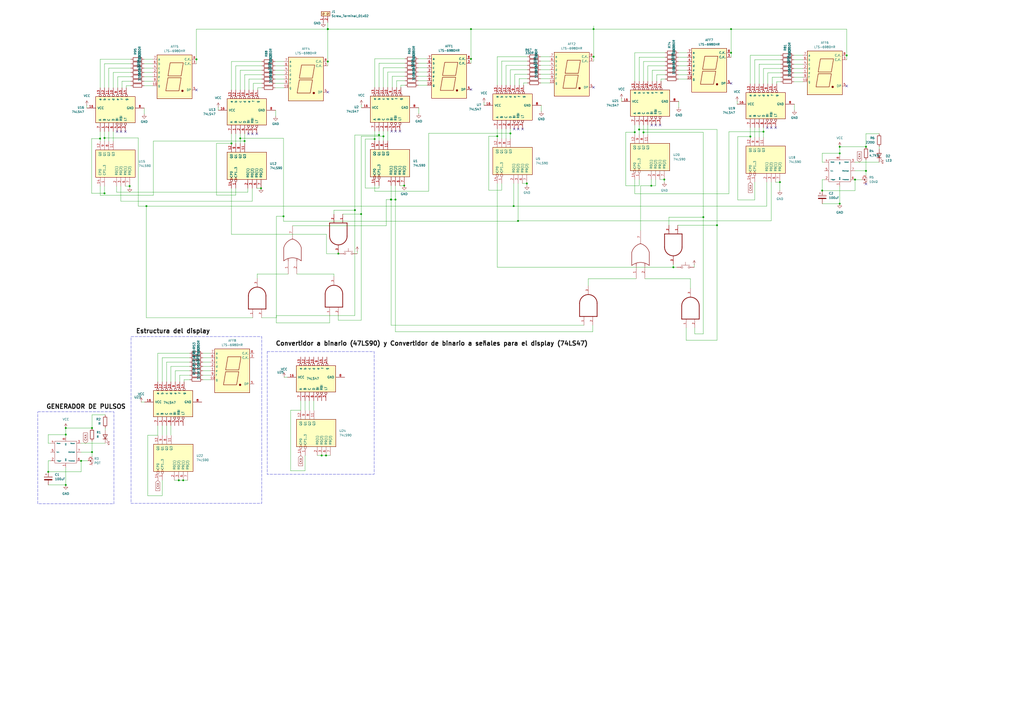
<source format=kicad_sch>
(kicad_sch (version 20250114) (generator "eeschema") (generator_version "9.0")
  (paper "A2")
  (lib_symbols
    (symbol "555_1" (pin_names (offset 1.016))
      (property "Reference" "U1" (at 10.16 8.9602 0))
      (property "Value" "555" (at 10.16 6.4202 0))
      (symbol "555_1_1_1"
        (pin input line (at -8.89 5.08 0) (length 2.54) (name "Reset") (number "4"))
        (pin input line (at -8.89 0 0) (length 2.54) (name "C.V.") (number "5"))
        (pin input line (at -8.89 -5.08 0) (length 2.54) (name "Trigger") (number "2"))
        (pin power_in line (at 0 8.89 270) (length 2.54) (name "VCC") (number "8"))
        (pin power_in line (at 0 -8.89 90) (length 2.54) (name "GND") (number "1"))
        (pin output line (at 8.89 5.08 180) (length 2.54) (name "Output") (number "3"))
        (pin input line (at 8.89 0 180) (length 2.54) (name "Discharge") (number "7"))
        (pin input line (at 8.89 -5.08 180) (length 2.54) (name "Threshold") (number "6"))
      )
    )
    (symbol "74LS08:74LS08" (pin_names (offset 1.016))
      (property "Reference" "IC" (at -3.81 1.27 0))
      (property "Value" "74LS08" (at -3.81 -2.54 0))
      (symbol "74LS08_1_0"
        (pin input line (at -10.16 2.54 0) (length 5.08) (name "~") (number "1"))
        (pin input line (at -10.16 -2.54 0) (length 5.08) (name "~") (number "2"))
        (pin output line (at 12.7 0 180) (length 5.08) (name "~") (number "3"))
      )
      (symbol "74LS08_2_0"
        (text "VSS" (at 0.635 -2.54 900) (effects (font (size 1.778 1.778)) (justify right top)))
        (text "VCC" (at 2.54 2.54 900) (effects (font (size 1.778 1.778)) (justify left bottom)))
        (pin power_in line (at 0 10.16 270) (length 7.62) (name "~") (number "14"))
        (pin power_in line (at 0 -10.16 90) (length 7.62) (name "~") (number "7"))
      )
      (symbol "74LS08_3_0"
        (pin input line (at -10.16 2.54 0) (length 5.08) (name "~") (number "4"))
        (pin input line (at -10.16 -2.54 0) (length 5.08) (name "~") (number "5"))
        (pin output line (at 12.7 0 180) (length 5.08) (name "~") (number "6"))
      )
      (symbol "74LS08_4_0"
        (pin input line (at -10.16 2.54 0) (length 5.08) (name "~") (number "9"))
        (pin input line (at -10.16 -2.54 0) (length 5.08) (name "~") (number "10"))
        (pin output line (at 12.7 0 180) (length 5.08) (name "~") (number "8"))
      )
      (symbol "74LS08_5_0"
        (pin input line (at -10.16 2.54 0) (length 5.08) (name "~") (number "12"))
        (pin input line (at -10.16 -2.54 0) (length 5.08) (name "~") (number "13"))
        (pin output line (at 12.7 0 180) (length 5.08) (name "~") (number "11"))
      )
    )
    (symbol "74LS47_1" (pin_names (offset 1.016))
      (property "Reference" "U16" (at -17.78 0.3176 0))
      (property "Value" "74LS47" (at -17.78 -2.2224 0))
      (symbol "74LS47_1_1_0"
        (pin power_in line (at -16.256 0 0) (length 5.08) (name "VCC") (number "16"))
        (pin open_collector inverted (at -8.5725 11.7475 270) (length 5.08) (name "a") (number "13"))
        (pin input line (at -8.5725 -13.6525 90) (length 5.08) (name "A") (number "7"))
        (pin open_collector inverted (at -6.0325 11.7475 270) (length 5.08) (name "b") (number "12"))
        (pin input line (at -6.0325 -13.6525 90) (length 5.08) (name "B") (number "1"))
        (pin open_collector inverted (at -3.4925 11.7475 270) (length 5.08) (name "c") (number "11"))
        (pin input line (at -3.4925 -13.6525 90) (length 5.08) (name "C") (number "2"))
        (pin open_collector inverted (at -0.9525 11.7475 270) (length 5.08) (name "d") (number "10"))
        (pin input line (at -0.9525 -13.6525 90) (length 5.08) (name "D") (number "6"))
        (pin input inverted (at 1.27 -13.716 90) (length 5.08) (name "BI") (number "4"))
        (pin open_collector inverted (at 1.5875 11.7475 270) (length 5.08) (name "e") (number "9"))
        (pin input inverted (at 3.556 -13.716 90) (length 5.08) (name "RBI") (number "5"))
        (pin open_collector inverted (at 4.1275 11.7475 270) (length 5.08) (name "f") (number "15"))
        (pin input inverted (at 6.096 -13.716 90) (length 5.08) (name "LT") (number "3"))
        (pin open_collector inverted (at 6.6675 11.7475 270) (length 5.08) (name "g") (number "14"))
        (pin power_in line (at 17.018 0 180) (length 5.08) (name "GND") (number "8"))
      )
    )
    (symbol "74LS47_2" (pin_names (offset 1.016))
      (property "Reference" "U23" (at -18.2879 2.865 0))
      (property "Value" "74LS47" (at -17.78 -2.2224 0))
      (symbol "74LS47_2_1_0"
        (pin power_in line (at -16.256 0 0) (length 5.08) (name "VCC") (number "16"))
        (pin open_collector inverted (at -8.5725 11.7475 270) (length 5.08) (name "a") (number "13"))
        (pin input line (at -8.5725 -13.6525 90) (length 5.08) (name "A") (number "7"))
        (pin open_collector inverted (at -6.0325 11.7475 270) (length 5.08) (name "b") (number "12"))
        (pin input line (at -6.0325 -13.6525 90) (length 5.08) (name "B") (number "1"))
        (pin open_collector inverted (at -3.4925 11.7475 270) (length 5.08) (name "c") (number "11"))
        (pin input line (at -3.4925 -13.6525 90) (length 5.08) (name "C") (number "2"))
        (pin open_collector inverted (at -0.9525 11.7475 270) (length 5.08) (name "d") (number "10"))
        (pin input line (at -0.9525 -13.6525 90) (length 5.08) (name "D") (number "6"))
        (pin input inverted (at 1.27 -13.716 90) (length 5.08) (name "BI") (number "4"))
        (pin open_collector inverted (at 1.5875 11.7475 270) (length 5.08) (name "e") (number "9"))
        (pin input inverted (at 3.556 -13.716 90) (length 5.08) (name "RBI") (number "5"))
        (pin open_collector inverted (at 4.1275 11.7475 270) (length 5.08) (name "f") (number "15"))
        (pin input inverted (at 6.096 -13.716 90) (length 5.08) (name "LT") (number "3"))
        (pin open_collector inverted (at 6.6675 11.7475 270) (length 5.08) (name "g") (number "14"))
        (pin power_in line (at 17.018 0 180) (length 5.08) (name "GND") (number "8"))
      )
    )
    (symbol "74LS47_3" (pin_names (offset 1.016))
      (property "Reference" "U21" (at -17.78 0.3176 0))
      (property "Value" "74LS47" (at -17.78 -2.2224 0))
      (symbol "74LS47_3_1_0"
        (pin power_in line (at -16.256 0 0) (length 5.08) (name "VCC") (number "16"))
        (pin open_collector inverted (at -8.5725 11.7475 270) (length 5.08) (name "a") (number "13"))
        (pin input line (at -8.5725 -13.6525 90) (length 5.08) (name "A") (number "7"))
        (pin open_collector inverted (at -6.0325 11.7475 270) (length 5.08) (name "b") (number "12"))
        (pin input line (at -6.0325 -13.6525 90) (length 5.08) (name "B") (number "1"))
        (pin open_collector inverted (at -3.4925 11.7475 270) (length 5.08) (name "c") (number "11"))
        (pin input line (at -3.4925 -13.6525 90) (length 5.08) (name "C") (number "2"))
        (pin open_collector inverted (at -0.9525 11.7475 270) (length 5.08) (name "d") (number "10"))
        (pin input line (at -0.9525 -13.6525 90) (length 5.08) (name "D") (number "6"))
        (pin input inverted (at 1.27 -13.716 90) (length 5.08) (name "BI") (number "4"))
        (pin open_collector inverted (at 1.5875 11.7475 270) (length 5.08) (name "e") (number "9"))
        (pin input inverted (at 3.556 -13.716 90) (length 5.08) (name "RBI") (number "5"))
        (pin open_collector inverted (at 4.1275 11.7475 270) (length 5.08) (name "f") (number "15"))
        (pin input inverted (at 6.096 -13.716 90) (length 5.08) (name "LT") (number "3"))
        (pin open_collector inverted (at 6.6675 11.7475 270) (length 5.08) (name "g") (number "14"))
        (pin power_in line (at 17.018 0 180) (length 5.08) (name "GND") (number "8"))
      )
    )
    (symbol "74LS47_4" (pin_names (offset 1.016))
      (property "Reference" "U19" (at -17.3681 -2.4434 0))
      (property "Value" "74LS47" (at -17.3681 -4.9834 0))
      (symbol "74LS47_4_1_0"
        (pin power_in line (at -16.256 0 0) (length 5.08) (name "VCC") (number "16"))
        (pin open_collector inverted (at -8.5725 11.7475 270) (length 5.08) (name "a") (number "13"))
        (pin input line (at -8.5725 -13.6525 90) (length 5.08) (name "A") (number "7"))
        (pin open_collector inverted (at -6.0325 11.7475 270) (length 5.08) (name "b") (number "12"))
        (pin input line (at -6.0325 -13.6525 90) (length 5.08) (name "B") (number "1"))
        (pin open_collector inverted (at -3.4925 11.7475 270) (length 5.08) (name "c") (number "11"))
        (pin input line (at -3.4925 -13.6525 90) (length 5.08) (name "C") (number "2"))
        (pin open_collector inverted (at -0.9525 11.7475 270) (length 5.08) (name "d") (number "10"))
        (pin input line (at -0.9525 -13.6525 90) (length 5.08) (name "D") (number "6"))
        (pin input inverted (at 1.27 -13.716 90) (length 5.08) (name "BI") (number "4"))
        (pin open_collector inverted (at 1.5875 11.7475 270) (length 5.08) (name "e") (number "9"))
        (pin input inverted (at 3.556 -13.716 90) (length 5.08) (name "RBI") (number "5"))
        (pin open_collector inverted (at 4.1275 11.7475 270) (length 5.08) (name "f") (number "15"))
        (pin input inverted (at 6.096 -13.716 90) (length 5.08) (name "LT") (number "3"))
        (pin open_collector inverted (at 6.6675 11.7475 270) (length 5.08) (name "g") (number "14"))
        (pin power_in line (at 17.018 0 180) (length 5.08) (name "GND") (number "8"))
      )
    )
    (symbol "74LS47_5" (pin_names (offset 1.016))
      (property "Reference" "U7" (at -17.78 0.3176 0))
      (property "Value" "74LS47" (at -17.78 -2.2224 0))
      (symbol "74LS47_5_1_0"
        (pin power_in line (at -16.256 0 0) (length 5.08) (name "VCC") (number "16"))
        (pin open_collector inverted (at -8.5725 11.7475 270) (length 5.08) (name "a") (number "13"))
        (pin input line (at -8.5725 -13.6525 90) (length 5.08) (name "A") (number "7"))
        (pin open_collector inverted (at -6.0325 11.7475 270) (length 5.08) (name "b") (number "12"))
        (pin input line (at -6.0325 -13.6525 90) (length 5.08) (name "B") (number "1"))
        (pin open_collector inverted (at -3.4925 11.7475 270) (length 5.08) (name "c") (number "11"))
        (pin input line (at -3.4925 -13.6525 90) (length 5.08) (name "C") (number "2"))
        (pin open_collector inverted (at -0.9525 11.7475 270) (length 5.08) (name "d") (number "10"))
        (pin input line (at -0.9525 -13.6525 90) (length 5.08) (name "D") (number "6"))
        (pin input inverted (at 1.27 -13.716 90) (length 5.08) (name "BI") (number "4"))
        (pin open_collector inverted (at 1.5875 11.7475 270) (length 5.08) (name "e") (number "9"))
        (pin input inverted (at 3.556 -13.716 90) (length 5.08) (name "RBI") (number "5"))
        (pin open_collector inverted (at 4.1275 11.7475 270) (length 5.08) (name "f") (number "15"))
        (pin input inverted (at 6.096 -13.716 90) (length 5.08) (name "LT") (number "3"))
        (pin open_collector inverted (at 6.6675 11.7475 270) (length 5.08) (name "g") (number "14"))
        (pin power_in line (at 17.018 0 180) (length 5.08) (name "GND") (number "8"))
      )
    )
    (symbol "74LS47_6" (pin_names (offset 1.016))
      (property "Reference" "U2" (at -17.78 0.3176 0))
      (property "Value" "74LS47" (at -17.78 -2.2224 0))
      (symbol "74LS47_6_1_0"
        (pin power_in line (at -16.256 0 0) (length 5.08) (name "VCC") (number "16"))
        (pin open_collector inverted (at -8.5725 11.7475 270) (length 5.08) (name "a") (number "13"))
        (pin input line (at -8.5725 -13.6525 90) (length 5.08) (name "A") (number "7"))
        (pin open_collector inverted (at -6.0325 11.7475 270) (length 5.08) (name "b") (number "12"))
        (pin input line (at -6.0325 -13.6525 90) (length 5.08) (name "B") (number "1"))
        (pin open_collector inverted (at -3.4925 11.7475 270) (length 5.08) (name "c") (number "11"))
        (pin input line (at -3.4925 -13.6525 90) (length 5.08) (name "C") (number "2"))
        (pin open_collector inverted (at -0.9525 11.7475 270) (length 5.08) (name "d") (number "10"))
        (pin input line (at -0.9525 -13.6525 90) (length 5.08) (name "D") (number "6"))
        (pin input inverted (at 1.27 -13.716 90) (length 5.08) (name "BI") (number "4"))
        (pin open_collector inverted (at 1.5875 11.7475 270) (length 5.08) (name "e") (number "9"))
        (pin input inverted (at 3.556 -13.716 90) (length 5.08) (name "RBI") (number "5"))
        (pin open_collector inverted (at 4.1275 11.7475 270) (length 5.08) (name "f") (number "15"))
        (pin input inverted (at 6.096 -13.716 90) (length 5.08) (name "LT") (number "3"))
        (pin open_collector inverted (at 6.6675 11.7475 270) (length 5.08) (name "g") (number "14"))
        (pin power_in line (at 17.018 0 180) (length 5.08) (name "GND") (number "8"))
      )
    )
    (symbol "74LS47_7" (pin_names (offset 1.016))
      (property "Reference" "U13" (at -17.78 0.3176 0))
      (property "Value" "74LS47" (at -17.78 -2.2224 0))
      (symbol "74LS47_7_1_0"
        (pin power_in line (at -16.256 0 0) (length 5.08) (name "VCC") (number "16"))
        (pin open_collector inverted (at -8.5725 11.7475 270) (length 5.08) (name "a") (number "13"))
        (pin input line (at -8.5725 -13.6525 90) (length 5.08) (name "A") (number "7"))
        (pin open_collector inverted (at -6.0325 11.7475 270) (length 5.08) (name "b") (number "12"))
        (pin input line (at -6.0325 -13.6525 90) (length 5.08) (name "B") (number "1"))
        (pin open_collector inverted (at -3.4925 11.7475 270) (length 5.08) (name "c") (number "11"))
        (pin input line (at -3.4925 -13.6525 90) (length 5.08) (name "C") (number "2"))
        (pin open_collector inverted (at -0.9525 11.7475 270) (length 5.08) (name "d") (number "10"))
        (pin input line (at -0.9525 -13.6525 90) (length 5.08) (name "D") (number "6"))
        (pin input inverted (at 1.27 -13.716 90) (length 5.08) (name "BI") (number "4"))
        (pin open_collector inverted (at 1.5875 11.7475 270) (length 5.08) (name "e") (number "9"))
        (pin input inverted (at 3.556 -13.716 90) (length 5.08) (name "RBI") (number "5"))
        (pin open_collector inverted (at 4.1275 11.7475 270) (length 5.08) (name "f") (number "15"))
        (pin input inverted (at 6.096 -13.716 90) (length 5.08) (name "LT") (number "3"))
        (pin open_collector inverted (at 6.6675 11.7475 270) (length 5.08) (name "g") (number "14"))
        (pin power_in line (at 17.018 0 180) (length 5.08) (name "GND") (number "8"))
      )
    )
    (symbol "74LS90_1" (pin_names (offset 1.016))
      (property "Reference" "U2" (at -15.875 1.5083 90))
      (property "Value" "74LS90" (at -13.335 1.5083 90))
      (symbol "74LS90_1_1_0"
        (pin output line (at -8.255 12.065 270) (length 5.08) (name "Q0") (number "12"))
        (pin input inverted_clock (at -8.255 -13.97 90) (length 5.08) (name "CP0") (number "14"))
        (pin output line (at -5.715 12.065 270) (length 5.08) (name "Q1") (number "9"))
        (pin input inverted_clock (at -5.715 -13.97 90) (length 5.08) (name "CP1..3") (number "1"))
        (pin output line (at -3.175 12.065 270) (length 5.08) (name "Q2") (number "8"))
        (pin output line (at -0.635 12.065 270) (length 5.08) (name "Q3") (number "11"))
        (pin input line (at 1.27 -13.97 90) (length 5.08) (name "R0(1)") (number "2"))
        (pin input line (at 3.81 -13.97 90) (length 5.08) (name "R0(2)") (number "3"))
        (pin input line (at 6.35 -13.97 90) (length 5.08) (name "R9(1)") (number "6"))
        (pin input line (at 8.89 -13.97 90) (length 5.08) (name "R9(2)") (number "7"))
      )
    )
    (symbol "74LS90_2" (pin_names (offset 1.016))
      (property "Reference" "U15" (at 13.97 0.3176 0))
      (property "Value" "74LS90" (at 13.97 -2.2224 0))
      (symbol "74LS90_2_1_0"
        (pin output line (at -8.255 12.065 270) (length 5.08) (name "Q0") (number "12"))
        (pin input line (at -8.255 -13.97 90) (length 5.08) (name "CP0") (number "14"))
        (pin output line (at -5.715 12.065 270) (length 5.08) (name "Q1") (number "9"))
        (pin input line (at -5.715 -13.97 90) (length 5.08) (name "CP1..3") (number "1"))
        (pin output line (at -3.175 12.065 270) (length 5.08) (name "Q2") (number "8"))
        (pin output line (at -0.635 12.065 270) (length 5.08) (name "Q3") (number "11"))
        (pin input line (at 1.27 -13.97 90) (length 5.08) (name "R0(1)") (number "2"))
        (pin input line (at 3.81 -13.97 90) (length 5.08) (name "R0(2)") (number "3"))
        (pin input line (at 6.35 -13.97 90) (length 5.08) (name "R9(1)") (number "6"))
        (pin input line (at 8.89 -13.97 90) (length 5.08) (name "R9(2)") (number "7"))
      )
    )
    (symbol "74xGxx:74AUC2G32"
      (property "Reference" "U" (at -2.54 3.81 0))
      (property "Value" "74AUC2G32" (at 0 -3.81 0))
      (symbol "74AUC2G32_1_1"
        (pin input line (at -15.24 2.54 0) (length 7.62) (name "~") (number "1"))
        (pin input line (at -15.24 -2.54 0) (length 7.62) (name "~") (number "2"))
        (pin output line (at 12.7 0 180) (length 7.62) (name "~") (number "7"))
      )
      (symbol "74AUC2G32_2_1"
        (pin input line (at -15.24 2.54 0) (length 7.62) (name "~") (number "5"))
        (pin input line (at -15.24 -2.54 0) (length 7.62) (name "~") (number "6"))
        (pin output line (at 12.7 0 180) (length 7.62) (name "~") (number "3"))
      )
      (symbol "74AUC2G32_3_1"
        (pin power_in line (at 0 10.16 270) (length 5.08) (name "VCC") (number "8"))
        (pin power_in line (at 0 -10.16 90) (length 5.08) (name "GND") (number "4"))
      )
    )
    (symbol "Connector:Screw_Terminal_01x02" (pin_names (offset 1.016) (hide yes))
      (property "Reference" "J" (at 0 2.54 0))
      (property "Value" "Screw_Terminal_01x02" (at 0 -5.08 0))
      (symbol "Screw_Terminal_01x02_1_1"
        (pin passive line (at -5.08 0 0) (length 3.81) (name "Pin_1") (number "1"))
        (pin passive line (at -5.08 -2.54 0) (length 3.81) (name "Pin_2") (number "2"))
      )
    )
    (symbol "Device:C_Polarized" (pin_numbers (hide yes)) (pin_names (offset 0.254))
      (property "Reference" "C" (at 0.635 2.54 0))
      (property "Value" "C_Polarized" (at 0.635 -2.54 0))
      (symbol "C_Polarized_1_1"
        (pin passive line (at 0 3.81 270) (length 2.794) (name "~") (number "1"))
        (pin passive line (at 0 -3.81 90) (length 2.794) (name "~") (number "2"))
      )
    )
    (symbol "Device:LED" (pin_numbers (hide yes)) (pin_names (offset 1.016) (hide yes))
      (property "Reference" "D" (at 0 2.54 0))
      (property "Value" "LED" (at 0 -2.54 0))
      (symbol "LED_1_1"
        (pin passive line (at -3.81 0 0) (length 2.54) (name "K") (number "1"))
        (pin passive line (at 3.81 0 180) (length 2.54) (name "A") (number "2"))
      )
    )
    (symbol "Device:R" (pin_numbers (hide yes)) (pin_names (offset 0))
      (property "Reference" "R" (at 2.032 0 90))
      (property "Value" "R" (at 0 0 90))
      (symbol "R_1_1"
        (pin passive line (at 0 3.81 270) (length 1.27) (name "~") (number "1"))
        (pin passive line (at 0 -3.81 90) (length 1.27) (name "~") (number "2"))
      )
    )
    (symbol "Display_Character:LTS-6980HR"
      (property "Reference" "AFF" (at -7.874 13.97 0))
      (property "Value" "LTS-6980HR" (at 4.064 13.97 0))
      (symbol "LTS-6980HR_1_1"
        (pin passive line (at -12.7 10.16 0) (length 2.54) (name "a") (number "7"))
        (pin passive line (at -12.7 7.62 0) (length 2.54) (name "b") (number "6"))
        (pin passive line (at -12.7 5.08 0) (length 2.54) (name "c") (number "4"))
        (pin passive line (at -12.7 2.54 0) (length 2.54) (name "d") (number "2"))
        (pin passive line (at -12.7 0 0) (length 2.54) (name "e") (number "1"))
        (pin passive line (at -12.7 -2.54 0) (length 2.54) (name "f") (number "9"))
        (pin passive line (at -12.7 -5.08 0) (length 2.54) (name "g") (number "10"))
        (pin passive line (at 12.7 10.16 180) (length 2.54) (name "C.K.") (number "8"))
        (pin passive line (at 12.7 7.62 180) (length 2.54) (name "C.K.") (number "3"))
        (pin passive line (at 12.7 -7.62 180) (length 2.54) (name "DP") (number "5"))
      )
    )
    (symbol "EESTN5:POT" (pin_names (offset 1.016) (hide yes))
      (property "Reference" "R" (at 0 -1.27 0))
      (property "Value" "POT" (at 0 -3.81 0))
      (symbol "POT_1_1"
        (pin passive line (at -2.54 0 0) (length 1.27) (name "1") (number "1"))
        (pin passive line (at 0 2.54 270) (length 1.524) (name "2") (number "2"))
        (pin passive line (at 2.54 0 180) (length 1.27) (name "3") (number "3"))
      )
    )
    (symbol "EESTN:SW_Push" (pin_numbers (hide yes)) (pin_names (offset 1.016) (hide yes))
      (property "Reference" "SW" (at 1.27 2.54 0))
      (symbol "SW_Push_0_1"
        (pin passive line (at -5.08 0 0) (length 2.54) (name "1") (number "1"))
        (pin passive line (at 5.08 0 180) (length 2.54) (name "2") (number "2"))
      )
    )
    (symbol "power:GND" (power) (pin_numbers (hide yes)) (pin_names (offset 0) (hide yes))
      (property "Value" "GND" (at 0 -3.81 0))
      (symbol "GND_1_1"
        (pin power_in line (at 0 0 270) (length 0) (name "~") (number "1"))
      )
    )
    (symbol "power:VCC" (power) (pin_numbers (hide yes)) (pin_names (offset 0) (hide yes))
      (property "Value" "VCC" (at 0 3.556 0))
      (symbol "VCC_1_1"
        (pin power_in line (at 0 0 90) (length 0) (name "~") (number "1"))
      )
    )
  )
  (rectangle (start 154.9542 203.9164) (end 217.0024 275.139) (stroke (width 0) (type dash)))
  (rectangle (start 76.0057 195.2248) (end 151.8155 292.0393) (stroke (width 0) (type dash)))
  (rectangle (start 21.9247 238.9241) (end 66.1069 292.2807) (stroke (width 0) (type dash)))
  (junction (at 487.1024 88.9517))
  (junction (at 491.1427 32.1241))
  (junction (at 424.0867 16.8752))
  (junction (at 219.8707 78.3232))
  (junction (at 234.4757 107.6891))
  (junction (at 407.9863 125.9541))
  (junction (at 442.8827 76.3808))
  (junction (at 344.3307 16.8752))
  (junction (at 424.0867 30.6001))
  (junction (at 273.2107 16.8752))
  (junction (at 300.5157 128.1434))
  (junction (at 305.5957 106.4191))
  (junction (at 190.1527 35.6801))
  (junction (at 58.0727 80.3839))
  (junction (at 141.8927 81.8149))
  (junction (at 476.9424 110.5417))
  (junction (at 189.1306 264.2095))
  (junction (at 151.4177 109.2131))
  (junction (at 139.3527 80.2623))
  (junction (at 452.4077 105.6571))
  (junction (at 368.2067 76.6881))
  (junction (at 196.2679 147.1183))
  (junction (at 296.0707 77.3862))
  (junction (at 27.9839 273.689))
  (junction (at 134.2727 83.1781))
  (junction (at 487.1024 85.1417))
  (junction (at 38.1439 248.289))
  (junction (at 435.2627 79.1935))
  (junction (at 113.9527 34.4101))
  (junction (at 297.9757 119.5513))
  (junction (at 190.1527 16.9007))
  (junction (at 229.3957 115.7743))
  (junction (at 288.4507 79.0046))
  (junction (at 222.4107 79.0788))
  (junction (at 205.8689 121.8896))
  (junction (at 487.1024 118.1617))
  (junction (at 385.3517 104.1331))
  (junction (at 226.8557 115.7426))
  (junction (at 226.8557 115.7743))
  (junction (at 106.2623 278.616))
  (junction (at 495.9924 104.1917))
  (junction (at 370.7467 75.1048))
  (junction (at 377.8056 107.7401))
  (junction (at 209.4998 124.1772))
  (junction (at 47.0339 267.339))
  (junction (at 502.3424 85.1417))
  (junction (at 38.1439 252.099))
  (junction (at 186.5906 264.2095))
  (junction (at 53.3839 248.289))
  (junction (at 60.6127 80.0377))
  (junction (at 103.7223 278.616))
  (junction (at 273.2107 34.1561))
  (junction (at 390.5907 155.0421))
  (junction (at 38.1439 281.309))
  (junction (at 75.2177 107.9431))
  (junction (at 344.3307 32.8861))
  (junction (at 217.3307 80.6523))
  (junction (at 53.3839 262.259))
  (junction (at 164.4557 125.4785))
  (junction (at 60.6127 112.1457))
  (junction (at 415.9324 130.65))
  (junction (at 84.9288 119.5513))
  (junction (at 190.1527 16.8752))
  (junction (at 502.3424 99.1117))
  (junction (at 373.2867 76.7779))
  (no_connect (at 72.7412 76.3836))
  (no_connect (at 273.2107 51.9361))
  (no_connect (at 70.2012 76.3836))
  (no_connect (at 382.8752 72.5736))
  (no_connect (at 227.1732 76.1296))
  (no_connect (at 449.9312 74.0976))
  (no_connect (at 144.1152 77.6536))
  (no_connect (at 190.1527 53.4601))
  (no_connect (at 344.3307 50.6661))
  (no_connect (at 378.0492 72.5736))
  (no_connect (at 113.9527 52.1901))
  (no_connect (at 229.4592 76.1296))
  (no_connect (at 231.9992 76.1296))
  (no_connect (at 380.3352 72.5736))
  (no_connect (at 491.1427 49.9041))
  (no_connect (at 445.1052 74.0976))
  (no_connect (at 424.0867 48.3801))
  (no_connect (at 502.3424 106.7317))
  (no_connect (at 67.9152 76.3836))
  (no_connect (at 303.1192 74.8596))
  (no_connect (at 298.2932 74.8596))
  (no_connect (at 447.3912 74.0976))
  (no_connect (at 146.4012 77.6536))
  (no_connect (at 148.9412 77.6536))
  (no_connect (at 300.5792 74.8596))
  (wire (pts (xy 437.8027 115.9921) (xy 428.0014 115.9921)))
  (wire (pts (xy 373.2867 35.6801) (xy 385.8195 35.6801)))
  (wire (pts (xy 47.0339 267.339) (xy 47.0339 273.689)))
  (wire (pts (xy 139.3527 80.2623) (xy 164.4557 80.2623)))
  (wire (pts (xy 502.3424 77.5217) (xy 502.3424 85.1417)))
  (wire (pts (xy 70.7727 47.1101) (xy 70.7727 50.9201)))
  (wire (pts (xy 344.3307 32.8861) (xy 344.3307 35.4261)))
  (wire (pts (xy 440.3427 37.2041) (xy 440.3427 48.6341)))
  (wire (pts (xy 75.9298 34.4101) (xy 58.0727 34.4101)))
  (wire (pts (xy 176.9386 232.4595) (xy 176.9386 238.0475)))
  (wire (pts (xy 363.0257 76.6881) (xy 368.2067 76.6881)))
  (wire (pts (xy 151.9436 48.3801) (xy 146.9727 48.3801)))
  (wire (pts (xy 209.6472 60.6893) (xy 209.6472 62.4136)))
  (wire (pts (xy 290.9907 74.7961) (xy 290.9907 80.3841)))
  (wire (pts (xy 136.8127 52.1901) (xy 136.8127 38.2201)))
  (wire (pts (xy 143.7977 111.4302) (xy 143.7977 109.2131)))
  (wire (pts (xy 27.9839 273.689) (xy 47.0339 273.689)))
  (wire (pts (xy 452.9073 37.2041) (xy 440.3427 37.2041)))
  (wire (pts (xy 300.5157 128.3659) (xy 300.5157 128.1434)))
  (wire (pts (xy 415.9324 75.1048) (xy 415.9324 130.65)))
  (wire (pts (xy 58.0727 80.3839) (xy 58.0727 81.9081)))
  (wire (pts (xy 67.5977 107.9431) (xy 67.5977 111.4302)))
  (wire (pts (xy 139.3527 40.7601) (xy 139.3527 52.1901)))
  (wire (pts (xy 242.5886 49.3961) (xy 247.8107 49.3961)))
  (wire (pts (xy 160.331 183.032) (xy 160.331 187.3241)))
  (wire (pts (xy 390.5907 155.0421) (xy 392.5508 155.0421)))
  (wire (pts (xy 136.8127 38.2201) (xy 151.9436 38.2201)))
  (wire (pts (xy 211.9315 80.6523) (xy 217.3307 80.6523)))
  (wire (pts (xy 189.3955 147.1183) (xy 196.2679 147.1183)))
  (wire (pts (xy 313.593 37.9661) (xy 318.9307 37.9661)))
  (wire (pts (xy 141.8927 81.8149) (xy 141.8927 83.1781)))
  (wire (pts (xy 176.9386 273.0995) (xy 168.5566 273.0995)))
  (wire (pts (xy 229.3957 192.494) (xy 343.8404 192.494)))
  (wire (pts (xy 452.9073 42.2841) (xy 445.4227 42.2841)))
  (wire (pts (xy 160.3648 125.4785) (xy 164.4557 125.4785)))
  (wire (pts (xy 229.3957 115.7743) (xy 229.3957 192.494)))
  (wire (pts (xy 380.9067 43.3001) (xy 385.8195 43.3001)))
  (wire (pts (xy 452.9285 47.3641) (xy 450.5027 47.3641)))
  (wire (pts (xy 370.7467 33.1401) (xy 370.7467 47.1101)))
  (wire (pts (xy 283.4877 79.0046) (xy 288.4507 79.0046)))
  (wire (pts (xy 125.5816 113.1475) (xy 125.5816 83.1781)))
  (wire (pts (xy 70.1377 116.7594) (xy 70.1377 107.9431)))
  (wire (pts (xy 164.4557 125.4785) (xy 164.4557 128.3659)))
  (wire (pts (xy 164.4557 128.3659) (xy 300.5157 128.3659)))
  (wire (pts (xy 452.9073 32.1241) (xy 435.2627 32.1241)))
  (wire (pts (xy 378.3667 47.1101) (xy 378.3667 40.7601)))
  (wire (pts (xy 190.1527 16.8752) (xy 113.9527 16.8752)))
  (wire (pts (xy 80.2393 80.0377) (xy 60.6127 80.0377)))
  (wire (pts (xy 222.4107 39.2361) (xy 222.4107 50.6661)))
  (wire (pts (xy 60.6127 36.9501) (xy 75.9298 36.9501)))
  (wire (pts (xy 231.9357 107.6891) (xy 234.4757 107.6891)))
  (wire (pts (xy 88.9957 81.8149) (xy 88.9957 113.2903)))
  (wire (pts (xy 288.4507 79.0046) (xy 288.4507 80.3841)))
  (wire (pts (xy 106.2623 278.616) (xy 108.8023 278.616)))
  (wire (pts (xy 125.5816 83.1781) (xy 134.2727 83.1781)))
  (wire (pts (xy 96.6103 210.036) (xy 96.6103 221.466)))
  (wire (pts (xy 509.9624 77.5217) (xy 502.3424 77.5217)))
  (wire (pts (xy 400.5331 161.6326) (xy 374.1051 161.6326)))
  (wire (pts (xy 288.4507 32.8861) (xy 288.4507 49.3961)))
  (wire (pts (xy 424.0867 30.6001) (xy 424.0867 33.1401)))
  (wire (pts (xy 193.7218 160.3945) (xy 193.7218 158.9534)))
  (wire (pts (xy 83.6632 62.6676) (xy 83.6632 66.1878)))
  (wire (pts (xy 368.2067 112.3304) (xy 368.2067 104.1331)))
  (wire (pts (xy 460.5273 37.2041) (xy 465.7427 37.2041)))
  (wire (pts (xy 88.9957 113.2903) (xy 58.0727 113.2903)))
  (wire (pts (xy 146.3377 116.7594) (xy 70.1377 116.7594)))
  (wire (pts (xy 110.0723 204.956) (xy 91.5303 204.956)))
  (wire (pts (xy 296.0707 49.3961) (xy 296.0707 40.5061)))
  (wire (pts (xy 193.7279 121.8896) (xy 205.8689 121.8896)))
  (wire (pts (xy 476.9424 94.0317) (xy 476.9424 88.9517)))
  (wire (pts (xy 435.2627 32.1241) (xy 435.2627 48.6341)))
  (wire (pts (xy 94.0703 246.866) (xy 94.0703 252.454)))
  (wire (pts (xy 476.9424 104.1917) (xy 478.2124 104.1917)))
  (wire (pts (xy 85.6883 287.506) (xy 85.6883 252.454)))
  (wire (pts (xy 222.4107 79.0788) (xy 222.4107 81.6541)))
  (wire (pts (xy 226.8557 115.7426) (xy 226.8557 107.6891)))
  (wire (pts (xy 65.6927 50.9201) (xy 65.6927 42.0301)))
  (wire (pts (xy 53.3839 255.909) (xy 53.3839 262.259)))
  (wire (pts (xy 190.1376 16.9007) (xy 190.1527 16.9007)))
  (wire (pts (xy 368.2067 47.1101) (xy 368.2067 30.6001)))
  (wire (pts (xy 103.7223 278.616) (xy 106.2623 278.616)))
  (wire (pts (xy 370.7467 75.1048) (xy 415.9324 75.1048)))
  (wire (pts (xy 242.5674 34.1561) (xy 247.8107 34.1561)))
  (wire (pts (xy 371.5651 107.7401) (xy 371.5651 133.6926)))
  (wire (pts (xy 168.5566 238.0475) (xy 174.3986 238.0475)))
  (wire (pts (xy 219.8707 50.6661) (xy 219.8707 36.6961)))
  (wire (pts (xy 397.9931 197.4037) (xy 397.9931 190.1704)))
  (wire (pts (xy 83.5498 34.4101) (xy 88.5527 34.4101)))
  (wire (pts (xy 428.0014 79.1935) (xy 435.2627 79.1935)))
  (wire (pts (xy 370.7467 107.7534) (xy 363.0257 107.7534)))
  (wire (pts (xy 189.3955 135.9683) (xy 189.3955 147.1183)))
  (wire (pts (xy 27.9839 257.179) (xy 27.9839 252.099)))
  (wire (pts (xy 141.8927 43.3001) (xy 151.9436 43.3001)))
  (wire (pts (xy 151.9648 50.9201) (xy 149.5127 50.9201)))
  (wire (pts (xy 219.8707 76.0661) (xy 219.8707 78.3232)))
  (wire (pts (xy 273.2107 16.8752) (xy 190.1527 16.8752)))
  (wire (pts (xy 380.9067 47.1101) (xy 380.9067 43.3001)))
  (wire (pts (xy 402.7108 155.0421) (xy 402.7108 153.644)))
  (wire (pts (xy 460.5273 44.8241) (xy 465.7427 44.8241)))
  (wire (pts (xy 83.5498 47.1101) (xy 88.5527 47.1101)))
  (wire (pts (xy 460.8532 60.3816) (xy 460.8532 63.9018)))
  (wire (pts (xy 84.9288 184.3409) (xy 84.9288 119.5513)))
  (wire (pts (xy 101.6903 215.116) (xy 101.6903 221.466)))
  (wire (pts (xy 139.3527 77.5901) (xy 139.3527 80.2623)))
  (wire (pts (xy 205.8689 78.3232) (xy 219.8707 78.3232)))
  (wire (pts (xy 495.9924 99.1117) (xy 502.3424 99.1117)))
  (wire (pts (xy 83.571 49.6501) (xy 88.5527 49.6501)))
  (wire (pts (xy 196.2679 147.1183) (xy 197.0252 147.1183)))
  (wire (pts (xy 385.8407 45.8401) (xy 383.4467 45.8401)))
  (wire (pts (xy 290.9907 35.4261) (xy 305.973 35.4261)))
  (wire (pts (xy 94.0703 287.506) (xy 85.6883 287.506)))
  (wire (pts (xy 104.2303 217.656) (xy 104.2303 221.466)))
  (wire (pts (xy 407.9863 125.9541) (xy 407.9863 76.7779)))
  (wire (pts (xy 190.1376 13.0834) (xy 190.1376 16.9007)))
  (wire (pts (xy 300.5157 106.4191) (xy 300.5157 128.1434)))
  (wire (pts (xy 273.2107 16.8752) (xy 273.2107 34.1561)))
  (wire (pts (xy 193.7279 124.2583) (xy 193.7279 121.8896)))
  (wire (pts (xy 91.5303 246.866) (xy 91.5303 252.454)))
  (wire (pts (xy 385.3517 104.1331) (xy 385.3517 105.6753)))
  (wire (pts (xy 72.6777 107.9431) (xy 75.2177 107.9431)))
  (wire (pts (xy 476.9424 110.5417) (xy 495.9924 110.5417)))
  (wire (pts (xy 298.6107 43.0461) (xy 298.6107 49.3961)))
  (wire (pts (xy 305.973 37.9661) (xy 293.5307 37.9661)))
  (wire (pts (xy 437.8027 105.6571) (xy 437.8027 115.9921)))
  (wire (pts (xy 230.0307 46.8561) (xy 230.0307 50.6661)))
  (wire (pts (xy 427.5792 58.6573) (xy 427.5792 60.3816)))
  (wire (pts (xy 393.4395 38.2201) (xy 398.6867 38.2201)))
  (wire (pts (xy 60.6127 76.3201) (xy 60.6127 80.0377)))
  (wire (pts (xy 113.9527 34.4101) (xy 113.9527 36.9501)))
  (wire (pts (xy 297.9757 119.5513) (xy 297.9757 106.4191)))
  (wire (pts (xy 293.5307 74.7961) (xy 293.5307 80.3841)))
  (wire (pts (xy 442.8827 74.0341) (xy 442.8827 76.3808)))
  (wire (pts (xy 110.0723 210.036) (xy 96.6103 210.036)))
  (wire (pts (xy 248.6218 77.3862) (xy 248.6218 110.9766)))
  (wire (pts (xy 509.9624 94.0317) (xy 495.9924 94.0317)))
  (wire (pts (xy 219.8707 36.6961) (xy 234.9474 36.6961)))
  (wire (pts (xy 27.9839 252.099) (xy 38.1439 252.099)))
  (wire (pts (xy 437.8027 48.6341) (xy 437.8027 34.6641)))
  (wire (pts (xy 60.6127 50.9201) (xy 60.6127 36.9501)))
  (wire (pts (xy 487.1024 108.0017) (xy 487.1024 118.1617)))
  (wire (pts (xy 207.1852 147.1183) (xy 207.1852 145.7202)))
  (wire (pts (xy 437.8027 74.0341) (xy 437.8027 79.6221)))
  (wire (pts (xy 94.0703 207.496) (xy 94.0703 221.466)))
  (wire (pts (xy 60.6127 80.0377) (xy 60.6127 81.9081)))
  (wire (pts (xy 234.9474 44.3161) (xy 227.4907 44.3161)))
  (wire (pts (xy 160.3648 184.3409) (xy 160.3648 125.4785)))
  (wire (pts (xy 369.0251 161.6326) (xy 341.3004 161.6326)))
  (wire (pts (xy 117.6923 215.116) (xy 122.0103 215.116)))
  (wire (pts (xy 224.9507 76.0661) (xy 224.9507 81.6541)))
  (wire (pts (xy 184.0506 264.2095) (xy 186.5906 264.2095)))
  (wire (pts (xy 75.951 49.6501) (xy 73.3127 49.6501)))
  (wire (pts (xy 303.6907 48.1261) (xy 303.6907 49.3961)))
  (wire (pts (xy 139.3527 80.2623) (xy 139.3527 83.1781)))
  (wire (pts (xy 403.0731 193.7162) (xy 407.9863 193.7162)))
  (wire (pts (xy 224.0288 131.0134) (xy 224.0288 115.7426)))
  (wire (pts (xy 313.6142 48.1261) (xy 318.9307 48.1261)))
  (wire (pts (xy 27.9839 281.309) (xy 38.1439 281.309)))
  (wire (pts (xy 300.5157 128.1434) (xy 447.3277 128.1434)))
  (wire (pts (xy 58.0727 113.2903) (xy 58.0727 107.9431)))
  (wire (pts (xy 370.7467 72.5101) (xy 370.7467 75.1048)))
  (wire (pts (xy 144.4327 45.8401) (xy 144.4327 52.1901)))
  (wire (pts (xy 219.8707 109.0792) (xy 211.9315 109.0792)))
  (wire (pts (xy 234.9474 39.2361) (xy 222.4107 39.2361)))
  (wire (pts (xy 305.973 43.0461) (xy 298.6107 43.0461)))
  (wire (pts (xy 283.4877 110.3025) (xy 283.4877 79.0046)))
  (wire (pts (xy 407.9863 193.7162) (xy 407.9863 125.9541)))
  (wire (pts (xy 375.8267 72.5101) (xy 375.8267 78.0981)))
  (wire (pts (xy 75.2177 107.9431) (xy 75.2177 108.7579)))
  (wire (pts (xy 94.0703 278.616) (xy 94.0703 287.506)))
  (wire (pts (xy 126.5892 62.2133) (xy 126.5892 63.9376)))
  (wire (pts (xy 305.5957 106.4191) (xy 305.6637 106.4191)))
  (wire (pts (xy 313.593 35.4261) (xy 318.9307 35.4261)))
  (wire (pts (xy 205.8689 121.8896) (xy 205.8689 78.3232)))
  (wire (pts (xy 189.1306 264.2095) (xy 191.6706 264.2095)))
  (wire (pts (xy 60.6127 112.1457) (xy 53.1206 112.1457)))
  (wire (pts (xy 447.3277 128.1434) (xy 447.3277 105.6571)))
  (wire (pts (xy 83.5498 39.4901) (xy 88.5527 39.4901)))
  (wire (pts (xy 159.5636 45.8401) (xy 164.7527 45.8401)))
  (wire (pts (xy 442.8827 76.3808) (xy 422.855 76.3808)))
  (wire (pts (xy 63.1527 39.4901) (xy 63.1527 50.9201)))
  (wire (pts (xy 293.5307 37.9661) (xy 293.5307 49.3961)))
  (wire (pts (xy 38.1439 248.289) (xy 53.3839 248.289)))
  (wire (pts (xy 83.5498 44.5701) (xy 88.5527 44.5701)))
  (wire (pts (xy 187.5858 13.0834) (xy 187.5976 13.0834)))
  (wire (pts (xy 377.8056 107.7401) (xy 377.8056 104.1331)))
  (wire (pts (xy 141.8927 52.1901) (xy 141.8927 43.3001)))
  (wire (pts (xy 73.3127 49.6501) (xy 73.3127 50.9201)))
  (wire (pts (xy 368.2067 30.6001) (xy 385.8195 30.6001)))
  (wire (pts (xy 487.1024 85.1417) (xy 502.3424 85.1417)))
  (wire (pts (xy 368.2067 72.5101) (xy 368.2067 76.6881)))
  (wire (pts (xy 83.5498 36.9501) (xy 88.5527 36.9501)))
  (wire (pts (xy 385.8195 38.2201) (xy 375.8267 38.2201)))
  (wire (pts (xy 99.1503 246.866) (xy 99.1503 252.454)))
  (wire (pts (xy 117.6923 207.496) (xy 122.0103 207.496)))
  (wire (pts (xy 226.8557 115.7743) (xy 226.8557 188.6538)))
  (wire (pts (xy 495.9924 104.1917) (xy 495.9924 110.5417)))
  (wire (pts (xy 61.0039 240.669) (xy 53.3839 240.669)))
  (wire (pts (xy 290.9907 49.3961) (xy 290.9907 35.4261)))
  (wire (pts (xy 393.4395 43.3001) (xy 398.6867 43.3001)))
  (wire (pts (xy 151.9436 40.7601) (xy 139.3527 40.7601)))
  (wire (pts (xy 296.0707 77.3862) (xy 296.0707 80.3841)))
  (wire (pts (xy 151.9436 35.6801) (xy 134.2727 35.6801)))
  (wire (pts (xy 290.9907 110.3025) (xy 283.4877 110.3025)))
  (wire (pts (xy 80.2393 119.5513) (xy 80.2393 80.0377)))
  (wire (pts (xy 305.973 32.8861) (xy 288.4507 32.8861)))
  (wire (pts (xy 134.2727 77.5901) (xy 134.2727 83.1781)))
  (wire (pts (xy 53.3839 262.259) (xy 53.3839 264.799)))
  (wire (pts (xy 460.5273 32.1241) (xy 465.7427 32.1241)))
  (wire (pts (xy 373.2867 72.5101) (xy 373.2867 76.7779)))
  (wire (pts (xy 415.9324 197.4037) (xy 397.9931 197.4037)))
  (wire (pts (xy 242.5674 39.2361) (xy 247.8107 39.2361)))
  (wire (pts (xy 146.9727 48.3801) (xy 146.9727 52.1901)))
  (wire (pts (xy 227.4907 44.3161) (xy 227.4907 50.6661)))
  (wire (pts (xy 134.2727 135.9683) (xy 134.2727 109.2131)))
  (wire (pts (xy 117.6923 210.036) (xy 122.0103 210.036)))
  (wire (pts (xy 382.8117 104.1331) (xy 385.3517 104.1331)))
  (wire (pts (xy 68.2327 44.5701) (xy 68.2327 50.9201)))
  (wire (pts (xy 190.1527 16.8752) (xy 190.1527 16.9007)))
  (wire (pts (xy 301.1507 45.5861) (xy 305.973 45.5861)))
  (wire (pts (xy 149.1774 158.9534) (xy 167.1401 158.9534)))
  (wire (pts (xy 176.9386 264.2095) (xy 176.9386 273.0995)))
  (wire (pts (xy 84.9288 119.5513) (xy 80.2393 119.5513)))
  (wire (pts (xy 424.0867 16.8752) (xy 491.1427 16.8752)))
  (wire (pts (xy 148.8777 109.2131) (xy 151.4177 109.2131)))
  (wire (pts (xy 242.9212 62.4136) (xy 242.9212 65.9338)))
  (wire (pts (xy 117.6923 220.196) (xy 122.0103 220.196)))
  (wire (pts (xy 209.4998 79.0788) (xy 209.4998 124.1772)))
  (wire (pts (xy 117.6923 204.956) (xy 122.0103 204.956)))
  (wire (pts (xy 296.0707 77.3862) (xy 248.6218 77.3862)))
  (wire (pts (xy 400.5331 167.3104) (xy 400.5331 161.6326)))
  (wire (pts (xy 460.5273 39.7441) (xy 465.7427 39.7441)))
  (wire (pts (xy 424.0867 16.8752) (xy 424.0867 30.6001)))
  (wire (pts (xy 377.8056 104.1331) (xy 377.7317 104.1331)))
  (wire (pts (xy 242.5674 36.6961) (xy 247.8107 36.6961)))
  (wire (pts (xy 385.8195 33.1401) (xy 370.7467 33.1401)))
  (wire (pts (xy 47.0339 267.339) (xy 50.8439 267.339)))
  (wire (pts (xy 224.9507 41.7761) (xy 234.9474 41.7761)))
  (wire (pts (xy 502.3424 99.1117) (xy 502.3424 101.6517)))
  (wire (pts (xy 288.4507 74.7961) (xy 288.4507 79.0046)))
  (wire (pts (xy 290.9907 106.4191) (xy 290.9907 110.3025)))
  (wire (pts (xy 88.9957 81.8149) (xy 141.8927 81.8149)))
  (wire (pts (xy 219.8707 107.6891) (xy 219.8707 109.0792)))
  (wire (pts (xy 117.6923 212.576) (xy 122.0103 212.576)))
  (wire (pts (xy 110.0723 217.656) (xy 104.2303 217.656)))
  (wire (pts (xy 380.2717 104.1331) (xy 380.2717 107.7401)))
  (wire (pts (xy 226.8557 115.7426) (xy 226.8557 115.7743)))
  (wire (pts (xy 136.8127 113.1475) (xy 125.5816 113.1475)))
  (wire (pts (xy 205.8689 183.032) (xy 205.8689 121.8896)))
  (wire (pts (xy 437.8027 34.6641) (xy 452.9073 34.6641)))
  (wire (pts (xy 193.7218 158.9534) (xy 172.2201 158.9534)))
  (wire (pts (xy 217.3307 80.6523) (xy 217.3307 81.6541)))
  (wire (pts (xy 444.7877 105.6571) (xy 444.7877 119.5513)))
  (wire (pts (xy 141.8927 77.5901) (xy 141.8927 81.8149)))
  (wire (pts (xy 229.3957 115.7743) (xy 226.8557 115.7743)))
  (wire (pts (xy 196.2618 185.8087) (xy 196.2618 183.2545)))
  (wire (pts (xy 393.4395 40.7601) (xy 398.6867 40.7601)))
  (wire (pts (xy 209.4998 124.1772) (xy 198.8079 124.1772)))
  (wire (pts (xy 136.8127 77.5901) (xy 136.8127 83.1781)))
  (wire (pts (xy 491.1427 16.8752) (xy 491.1427 32.1241)))
  (wire (pts (xy 393.1307 130.65) (xy 393.1307 130.6094)))
  (wire (pts (xy 174.3986 232.4595) (xy 174.3986 238.0475)))
  (wire (pts (xy 219.8707 78.3232) (xy 219.8707 81.6541)))
  (wire (pts (xy 207.1852 145.7202) (xy 207.1897 145.7202)))
  (wire (pts (xy 502.3424 92.7617) (xy 502.3424 99.1117)))
  (wire (pts (xy 209.4998 124.1772) (xy 209.4998 185.8087)))
  (wire (pts (xy 476.9424 110.5417) (xy 476.9424 104.1917)))
  (wire (pts (xy 159.5636 43.3001) (xy 164.7527 43.3001)))
  (wire (pts (xy 81.9294 233.2135) (xy 83.8468 233.2135)))
  (wire (pts (xy 495.9924 104.1917) (xy 499.8024 104.1917)))
  (wire (pts (xy 313.593 43.0461) (xy 318.9307 43.0461)))
  (wire (pts (xy 388.0507 130.6094) (xy 388.0507 125.9541)))
  (wire (pts (xy 234.9474 46.8561) (xy 230.0307 46.8561)))
  (wire (pts (xy 151.7174 184.3409) (xy 160.3648 184.3409)))
  (wire (pts (xy 476.9424 88.9517) (xy 487.1024 88.9517)))
  (wire (pts (xy 38.1439 271.149) (xy 38.1439 281.309)))
  (wire (pts (xy 440.3427 74.0341) (xy 440.3427 79.6221)))
  (wire (pts (xy 47.0339 262.259) (xy 53.3839 262.259)))
  (wire (pts (xy 385.3517 105.6753) (xy 385.4274 105.6753)))
  (wire (pts (xy 58.0727 76.3201) (xy 58.0727 80.3839)))
  (wire (pts (xy 75.9298 47.1101) (xy 70.7727 47.1101)))
  (wire (pts (xy 91.5303 204.956) (xy 91.5303 221.466)))
  (wire (pts (xy 50.3892 61.0071) (xy 50.3892 62.6676)))
  (wire (pts (xy 341.3004 161.6326) (xy 341.3004 165.7938)))
  (wire (pts (xy 280.7672 59.4193) (xy 280.7672 61.1436)))
  (wire (pts (xy 96.6103 246.866) (xy 96.6103 252.454)))
  (wire (pts (xy 134.2727 35.6801) (xy 134.2727 52.1901)))
  (wire (pts (xy 191.1818 187.3241) (xy 191.1818 183.2545)))
  (wire (pts (xy 313.593 45.5861) (xy 318.9307 45.5861)))
  (wire (pts (xy 232.5707 49.3961) (xy 232.5707 50.6661)))
  (wire (pts (xy 217.3307 76.0661) (xy 217.3307 80.6523)))
  (wire (pts (xy 442.8827 48.6341) (xy 442.8827 39.7441)))
  (wire (pts (xy 422.855 76.3808) (xy 422.855 112.3304)))
  (wire (pts (xy 447.9627 44.8241) (xy 447.9627 48.6341)))
  (wire (pts (xy 452.4077 105.6571) (xy 452.4077 110.5559)))
  (wire (pts (xy 29.2539 257.179) (xy 27.9839 257.179)))
  (wire (pts (xy 393.4607 45.8401) (xy 398.6867 45.8401)))
  (wire (pts (xy 146.3377 109.2131) (xy 146.3377 116.7594)))
  (wire (pts (xy 476.9424 118.1617) (xy 487.1024 118.1617)))
  (wire (pts (xy 101.1823 278.616) (xy 103.7223 278.616)))
  (wire (pts (xy 159.5848 50.9201) (xy 164.7527 50.9201)))
  (wire (pts (xy 375.8267 38.2201) (xy 375.8267 47.1101)))
  (wire (pts (xy 234.9686 49.3961) (xy 232.5707 49.3961)))
  (wire (pts (xy 378.3667 40.7601) (xy 385.8195 40.7601)))
  (wire (pts (xy 110.0723 207.496) (xy 94.0703 207.496)))
  (wire (pts (xy 487.1024 88.9517) (xy 487.1024 90.2217)))
  (wire (pts (xy 229.3957 107.6891) (xy 229.3957 115.7743)))
  (wire (pts (xy 373.2867 76.7779) (xy 373.2867 78.0981)))
  (wire (pts (xy 305.9942 48.1261) (xy 303.6907 48.1261)))
  (wire (pts (xy 134.2727 135.9683) (xy 189.3955 135.9683)))
  (wire (pts (xy 242.5674 41.7761) (xy 247.8107 41.7761)))
  (wire (pts (xy 67.5977 111.4302) (xy 143.7977 111.4302)))
  (wire (pts (xy 186.5906 264.2095) (xy 189.1306 264.2095)))
  (wire (pts (xy 390.5907 153.4694) (xy 390.5907 155.0421)))
  (wire (pts (xy 179.4786 232.4595) (xy 179.4786 238.0475)))
  (wire (pts (xy 198.8079 124.1772) (xy 198.8079 124.2583)))
  (wire (pts (xy 27.9839 267.339) (xy 29.2539 267.339)))
  (wire (pts (xy 85.6883 252.454) (xy 91.5303 252.454)))
  (wire (pts (xy 27.9839 273.689) (xy 27.9839 267.339)))
  (wire (pts (xy 117.6923 217.656) (xy 122.0103 217.656)))
  (wire (pts (xy 368.2067 76.6881) (xy 368.2067 78.0981)))
  (wire (pts (xy 428.0014 115.9921) (xy 428.0014 79.1935)))
  (wire (pts (xy 159.5636 40.7601) (xy 164.7527 40.7601)))
  (wire (pts (xy 301.1507 49.3961) (xy 301.1507 45.5861)))
  (wire (pts (xy 403.0731 190.1704) (xy 403.0731 193.7162)))
  (wire (pts (xy 75.9298 44.5701) (xy 68.2327 44.5701)))
  (wire (pts (xy 190.1527 16.9007) (xy 190.1527 35.6801)))
  (wire (pts (xy 313.593 32.8861) (xy 318.9307 32.8861)))
  (wire (pts (xy 146.6374 184.3409) (xy 84.9288 184.3409)))
  (wire (pts (xy 75.9298 39.4901) (xy 63.1527 39.4901)))
  (wire (pts (xy 160.331 187.3241) (xy 191.1818 187.3241)))
  (wire (pts (xy 343.8404 192.494) (xy 343.8404 188.6538)))
  (wire (pts (xy 209.4998 185.8087) (xy 196.2618 185.8087)))
  (wire (pts (xy 415.9324 130.65) (xy 393.1307 130.65)))
  (wire (pts (xy 445.4227 42.2841) (xy 445.4227 48.6341)))
  (wire (pts (xy 460.5273 42.2841) (xy 465.7427 42.2841)))
  (wire (pts (xy 288.4507 106.4191) (xy 288.4507 155.0421)))
  (wire (pts (xy 182.0186 232.4595) (xy 182.0186 238.0475)))
  (wire (pts (xy 422.855 112.3304) (xy 368.2067 112.3304)))
  (wire (pts (xy 373.2867 47.1101) (xy 373.2867 35.6801)))
  (wire (pts (xy 242.5674 44.3161) (xy 247.8107 44.3161)))
  (wire (pts (xy 491.1427 32.1241) (xy 491.1427 34.6641)))
  (wire (pts (xy 110.0723 215.116) (xy 101.6903 215.116)))
  (wire (pts (xy 478.2124 94.0317) (xy 476.9424 94.0317)))
  (wire (pts (xy 435.2627 74.0341) (xy 435.2627 79.1935)))
  (wire (pts (xy 435.2627 79.1935) (xy 435.2627 79.6221)))
  (wire (pts (xy 313.593 40.5061) (xy 318.9307 40.5061)))
  (wire (pts (xy 393.4395 30.6001) (xy 398.6867 30.6001)))
  (wire (pts (xy 449.8677 105.6571) (xy 452.4077 105.6571)))
  (wire (pts (xy 393.7972 58.8576) (xy 393.7972 62.3778)))
  (wire (pts (xy 415.9324 130.65) (xy 415.9324 197.4037)))
  (wire (pts (xy 217.3307 110.9766) (xy 217.3307 107.6891)))
  (wire (pts (xy 164.4557 80.2623) (xy 164.4557 125.4785)))
  (wire (pts (xy 314.0412 61.1436) (xy 314.0412 64.6638)))
  (wire (pts (xy 452.9073 44.8241) (xy 447.9627 44.8241)))
  (wire (pts (xy 388.0507 125.9541) (xy 407.9863 125.9541)))
  (wire (pts (xy 38.1439 248.289) (xy 38.1439 252.099)))
  (wire (pts (xy 151.9436 45.8401) (xy 144.4327 45.8401)))
  (wire (pts (xy 169.6801 131.0134) (xy 224.0288 131.0134)))
  (wire (pts (xy 344.3307 16.8752) (xy 344.3307 32.8861)))
  (wire (pts (xy 393.4395 35.6801) (xy 398.6867 35.6801)))
  (wire (pts (xy 224.9507 50.6661) (xy 224.9507 41.7761)))
  (wire (pts (xy 159.5636 35.6801) (xy 164.7527 35.6801)))
  (wire (pts (xy 53.1206 80.3839) (xy 58.0727 80.3839)))
  (wire (pts (xy 224.0288 115.7426) (xy 226.8557 115.7426)))
  (wire (pts (xy 205.8689 183.032) (xy 160.331 183.032)))
  (wire (pts (xy 383.4467 45.8401) (xy 383.4467 47.1101)))
  (wire (pts (xy 407.9863 76.7779) (xy 373.2867 76.7779)))
  (wire (pts (xy 65.6927 42.0301) (xy 75.9298 42.0301)))
  (wire (pts (xy 113.9527 16.8752) (xy 113.9527 34.4101)))
  (wire (pts (xy 58.0727 34.4101) (xy 58.0727 50.9201)))
  (wire (pts (xy 460.5485 47.3641) (xy 465.7427 47.3641)))
  (wire (pts (xy 110.0723 220.196) (xy 106.7703 220.196)))
  (wire (pts (xy 305.6637 106.4191) (xy 305.6637 107.4906)))
  (wire (pts (xy 63.1527 76.3201) (xy 63.1527 81.9081)))
  (wire (pts (xy 344.3307 15.0198) (xy 344.3307 16.8752)))
  (wire (pts (xy 53.3839 240.669) (xy 53.3839 248.289)))
  (wire (pts (xy 222.4107 79.0788) (xy 209.4998 79.0788)))
  (wire (pts (xy 248.6218 110.9766) (xy 217.3307 110.9766)))
  (wire (pts (xy 234.9474 34.1561) (xy 217.3307 34.1561)))
  (wire (pts (xy 159.8632 63.9376) (xy 159.8632 67.4578)))
  (wire (pts (xy 83.5498 42.0301) (xy 88.5527 42.0301)))
  (wire (pts (xy 217.3307 34.1561) (xy 217.3307 50.6661)))
  (wire (pts (xy 168.5566 273.0995) (xy 168.5566 238.0475)))
  (wire (pts (xy 450.5027 47.3641) (xy 450.5027 48.6341)))
  (wire (pts (xy 60.6127 112.1457) (xy 60.6127 112.3603)))
  (wire (pts (xy 370.7467 104.1331) (xy 370.7467 107.7534)))
  (wire (pts (xy 442.8827 39.7441) (xy 452.9073 39.7441)))
  (wire (pts (xy 460.5273 34.6641) (xy 465.7427 34.6641)))
  (wire (pts (xy 296.0707 74.7961) (xy 296.0707 77.3862)))
  (wire (pts (xy 377.8056 107.7401) (xy 371.5651 107.7401)))
  (wire (pts (xy 444.7877 119.5513) (xy 297.9757 119.5513)))
  (wire (pts (xy 509.9624 85.1417) (xy 509.9624 86.4117)))
  (wire (pts (xy 75.2177 108.7579) (xy 75.2536 108.7579)))
  (wire (pts (xy 222.4107 76.0661) (xy 222.4107 79.0788)))
  (wire (pts (xy 344.3307 16.8752) (xy 424.0867 16.8752)))
  (wire (pts (xy 442.8827 76.3808) (xy 442.8827 79.6221)))
  (wire (pts (xy 296.0707 40.5061) (xy 305.973 40.5061)))
  (wire (pts (xy 487.1024 85.1417) (xy 487.1024 88.9517)))
  (wire (pts (xy 149.5127 50.9201) (xy 149.5127 52.1901)))
  (wire (pts (xy 106.7703 220.196) (xy 106.7703 221.466)))
  (wire (pts (xy 159.5636 38.2201) (xy 164.7527 38.2201)))
  (wire (pts (xy 297.9757 119.5513) (xy 84.9288 119.5513)))
  (wire (pts (xy 303.0557 106.4191) (xy 305.5957 106.4191)))
  (wire (pts (xy 363.0257 107.7534) (xy 363.0257 76.6881)))
  (wire (pts (xy 159.5636 48.3801) (xy 164.7527 48.3801)))
  (wire (pts (xy 61.0039 257.179) (xy 47.0339 257.179)))
  (wire (pts (xy 344.3307 16.8752) (xy 273.2107 16.8752)))
  (wire (pts (xy 136.8127 109.2131) (xy 136.8127 113.1475)))
  (wire (pts (xy 65.6927 76.3201) (xy 65.6927 81.9081)))
  (wire (pts (xy 110.0723 212.576) (xy 99.1503 212.576)))
  (wire (pts (xy 273.2107 34.1561) (xy 273.2107 36.6961)))
  (wire (pts (xy 402.7108 153.644) (xy 402.7153 153.644)))
  (wire (pts (xy 370.7467 75.1048) (xy 370.7467 78.0981)))
  (wire (pts (xy 190.1527 35.6801) (xy 190.1527 38.2201)))
  (wire (pts (xy 53.1206 112.1457) (xy 53.1206 80.3839)))
  (wire (pts (xy 242.5674 46.8561) (xy 247.8107 46.8561)))
  (wire (pts (xy 61.0039 248.289) (xy 61.0039 249.559)))
  (wire (pts (xy 149.1774 161.4809) (xy 149.1774 158.9534)))
  (wire (pts (xy 393.4395 33.1401) (xy 398.6867 33.1401)))
  (wire (pts (xy 338.7604 188.6538) (xy 226.8557 188.6538)))
  (wire (pts (xy 99.1503 212.576) (xy 99.1503 221.466)))
  (wire (pts (xy 60.6127 107.9431) (xy 60.6127 112.1457)))
  (wire (pts (xy 164.7977 218.807) (xy 166.7151 218.807)))
  (wire (pts (xy 38.1439 252.099) (xy 38.1439 253.369)))
  (wire (pts (xy 288.4507 155.0421) (xy 390.5907 155.0421)))
  (wire (pts (xy 380.2717 107.7401) (xy 377.8056 107.7401)))
  (wire (pts (xy 211.9315 109.0792) (xy 211.9315 80.6523)))
  (wire (pts (xy 360.5232 57.1333) (xy 360.5232 58.8576)))
  (label "Estructura del display" (at 78.74 194.31 0) (effects (font (size 2.54 2.54) (thickness 0.508) (bold yes))))
  (label "Convertidor a binario (47LS90) y Convertidor de binario a señales para el display (74LS47)" (at 159.7875 201.515 0) (effects (font (size 2.54 2.54) (thickness 0.508) (bold yes))))
  (label "GENERADOR DE PULSOS" (at 26.7139 238.129 0) (effects (font (size 2.54 2.54) (thickness 0.508) (bold yes))))
  (global_label "CKA" (shape input) (at 435.2627 105.6571 270) (property "Intersheetrefs" "${INTERSHEET_REFS}" (effects (hide yes))))
  (global_label "CKA" (shape input) (at 174.3986 264.2095 270) (property "Intersheetrefs" "${INTERSHEET_REFS}" (effects (hide yes))))
  (global_label "CKA" (shape input) (at 498.5324 94.0317 90) (property "Intersheetrefs" "${INTERSHEET_REFS}" (effects (hide yes))))
  (global_label "CKA" (shape input) (at 49.5739 257.179 90) (property "Intersheetrefs" "${INTERSHEET_REFS}" (effects (hide yes))))
  (global_label "CKA" (shape input) (at 91.5303 278.616 270) (property "Intersheetrefs" "${INTERSHEET_REFS}" (effects (hide yes))))
  (symbol (lib_id "Device:R") (at 238.7574 44.3161 90) (unit 1)
    (property "Reference" "R64" (effects (hide yes)))
    (property "Value" "330R" (at 240.0273 41.7761 0) (effects (justify left)))
    (property "Footprint" "Resistor_THT:R_Axial_DIN0207_L6.3mm_D2.5mm_P10.16mm_Horizontal" (effects (hide yes)))
    (property "Description" "Resistor" (effects (hide yes)))
  )
  (symbol (lib_id "Device:R") (at 155.7748 50.9201 90) (unit 1)
    (property "Reference" "R94" (effects (hide yes)))
    (property "Value" "330R" (at 157.0447 48.3801 0) (effects (justify left)))
    (property "Footprint" "Resistor_THT:R_Axial_DIN0207_L6.3mm_D2.5mm_P10.16mm_Horizontal" (effects (hide yes)))
    (property "Description" "Resistor" (effects (hide yes)))
  )
  (symbol (lib_id "Device:R") (at 309.783 43.0461 90) (unit 1)
    (property "Reference" "R71" (effects (hide yes)))
    (property "Value" "330R" (at 311.0529 40.5061 0) (effects (justify left)))
    (property "Footprint" "Resistor_THT:R_Axial_DIN0207_L6.3mm_D2.5mm_P10.16mm_Horizontal" (effects (hide yes)))
    (property "Description" "Resistor" (effects (hide yes)))
  )
  (symbol (lib_id "power:VCC") (at 207.1897 145.7202 0) (unit 1)
    (property "Reference" "#PWR026" (effects (hide yes)))
    (property "Value" "VCC" (effects (hide yes)))
    (property "Description" "Power symbol creates a global label with name \"VCC\"" (effects (hide yes)))
  )
  (symbol (lib_id "Device:R") (at 238.7574 46.8561 90) (unit 1)
    (property "Reference" "R65" (effects (hide yes)))
    (property "Value" "330R" (at 240.0273 44.3161 0) (effects (justify left)))
    (property "Footprint" "Resistor_THT:R_Axial_DIN0207_L6.3mm_D2.5mm_P10.16mm_Horizontal" (effects (hide yes)))
    (property "Description" "Resistor" (effects (hide yes)))
  )
  (symbol (lib_id "Device:C_Polarized") (at 27.9839 277.499 0) (unit 1)
    (property "Reference" "C1" (at 31.7939 275.3399 0) (effects (justify left)))
    (property "Value" "100uF" (at 31.7939 277.8799 0) (effects (justify left)))
    (property "Description" "Polarized capacitor" (effects (hide yes)))
  )
  (symbol (lib_id "74LS08:74LS08") (at 400.5331 180.0104 90) (unit 1)
    (property "Reference" "IC2" (effects (hide yes)))
    (property "Value" "74LS08" (effects (hide yes)))
    (property "Footprint" "74LS08:DIL14" (effects (hide yes)))
    (property "MF" "Texas Instruments" (effects (hide yes)))
    (property "Description_1" "AND Gate IC 4 Channel - 14-SSOP" (effects (hide yes)))
    (property "Package" "SOIC-14 Motorola" (effects (hide yes)))
    (property "Price" "None" (effects (hide yes)))
    (property "SnapEDA_Link" "https://www.snapeda.com/parts/74LS08/Texas+Instruments/view-part/?ref=snap" (effects (hide yes)))
    (property "MP" "74LS08" (effects (hide yes)))
    (property "Availability" "Not in stock" (effects (hide yes)))
    (property "Check_prices" "https://www.snapeda.com/parts/74LS08/Texas+Instruments/view-part/?ref=eda" (effects (hide yes)))
  )
  (symbol (lib_id "Device:R") (at 456.7173 37.2041 90) (unit 1)
    (property "Reference" "R83" (effects (hide yes)))
    (property "Value" "330R" (at 457.9872 34.6641 0) (effects (justify left)))
    (property "Footprint" "Resistor_THT:R_Axial_DIN0207_L6.3mm_D2.5mm_P10.16mm_Horizontal" (effects (hide yes)))
    (property "Description" "Resistor" (effects (hide yes)))
  )
  (symbol (lib_id "Device:R") (at 79.7398 42.0301 90) (unit 1)
    (property "Reference" "R98" (effects (hide yes)))
    (property "Value" "330R" (at 80.3747 39.6171 0) (effects (justify left)))
    (property "Footprint" "Resistor_THT:R_Axial_DIN0207_L6.3mm_D2.5mm_P10.16mm_Horizontal" (effects (hide yes)))
    (property "Description" "Resistor" (effects (hide yes)))
  )
  (symbol (lib_id "Device:R") (at 309.783 35.4261 90) (unit 1)
    (property "Reference" "R68" (effects (hide yes)))
    (property "Value" "330R" (at 311.0529 33.3941 0) (effects (justify left)))
    (property "Footprint" "Resistor_THT:R_Axial_DIN0207_L6.3mm_D2.5mm_P10.16mm_Horizontal" (effects (hide yes)))
    (property "Description" "Resistor" (effects (hide yes)))
  )
  (symbol (lib_id "Device:R") (at 155.7536 43.3001 90) (unit 1)
    (property "Reference" "R91" (effects (hide yes)))
    (property "Value" "330R" (at 156.3885 40.8871 0) (effects (justify left)))
    (property "Footprint" "Resistor_THT:R_Axial_DIN0207_L6.3mm_D2.5mm_P10.16mm_Horizontal" (effects (hide yes)))
    (property "Description" "Resistor" (effects (hide yes)))
  )
  (symbol (lib_id "Device:R") (at 61.0039 244.479 0) (mirror y) (unit 1)
    (property "Reference" "R2" (at 58.4639 243.2089 0) (effects (justify left)))
    (property "Value" "R" (at 58.4639 245.7489 0) (effects (justify left)))
    (property "Description" "Resistor" (effects (hide yes)))
  )
  (symbol (lib_id "Device:R") (at 79.7398 44.5701 90) (unit 1)
    (property "Reference" "R99" (effects (hide yes)))
    (property "Value" "330R" (at 81.0097 42.0301 0) (effects (justify left)))
    (property "Footprint" "Resistor_THT:R_Axial_DIN0207_L6.3mm_D2.5mm_P10.16mm_Horizontal" (effects (hide yes)))
    (property "Description" "Resistor" (effects (hide yes)))
  )
  (symbol (lib_id "Device:R") (at 79.7398 34.4101 90) (unit 1)
    (property "Reference" "R95" (at 78.4697 31.8701 0) (effects (justify left)))
    (property "Value" "330R" (at 81.0097 31.8701 0) (effects (justify left)))
    (property "Footprint" "Resistor_THT:R_Axial_DIN0207_L6.3mm_D2.5mm_P10.16mm_Horizontal" (effects (hide yes)))
    (property "Description" "Resistor" (effects (hide yes)))
  )
  (symbol (lib_name "74LS47_5") (lib_id "74xx:74LS47") (at 297.0232 61.1436 0) (unit 1)
    (property "Reference" "U7" (at 279.2432 60.826 0) (effects (justify right)))
    (property "Value" "74LS47" (at 279.2432 63.366 0) (effects (justify right)))
    (property "Footprint" "Package_DIP:DIP-16_W7.62mm" (effects (hide yes)))
    (property "Datasheet" "http://www.ti.com/lit/gpn/sn74LS47" (effects (hide yes)))
    (property "Description" "BCD to 7-segment Driver, Open Collector, 30V outputs" (effects (hide yes)))
  )
  (symbol (lib_id "Device:R") (at 309.8042 48.1261 90) (unit 1)
    (property "Reference" "R73" (effects (hide yes)))
    (property "Value" "330R" (at 311.0741 45.5861 0) (effects (justify left)))
    (property "Footprint" "Resistor_THT:R_Axial_DIN0207_L6.3mm_D2.5mm_P10.16mm_Horizontal" (effects (hide yes)))
    (property "Description" "Resistor" (effects (hide yes)))
  )
  (symbol (lib_id "74xGxx:74AUC2G32") (at 371.5651 146.3926 90) (unit 1)
    (property "Reference" "U3" (effects (hide yes)))
    (property "Value" "74AUC2G32" (effects (hide yes)))
    (property "Footprint" "Package_DIP:DIP-14_W7.62mm" (effects (hide yes)))
    (property "Datasheet" "http://www.ti.com/lit/sg/scyt129e/scyt129e.pdf" (effects (hide yes)))
    (property "Description" "Dual OR Gate, Low-Voltage CMOS" (effects (hide yes)))
  )
  (symbol (lib_id "Device:R") (at 155.7536 35.6801 90) (unit 1)
    (property "Reference" "R88" (at 154.4835 33.1401 0) (effects (justify left)))
    (property "Value" "330R" (at 157.0235 33.1401 0) (effects (justify left)))
    (property "Footprint" "Resistor_THT:R_Axial_DIN0207_L6.3mm_D2.5mm_P10.16mm_Horizontal" (effects (hide yes)))
    (property "Description" "Resistor" (effects (hide yes)))
  )
  (symbol (lib_id "Device:R") (at 309.783 40.5061 90) (unit 1)
    (property "Reference" "R70" (effects (hide yes)))
    (property "Value" "330R" (at 310.4179 38.0931 0) (effects (justify left)))
    (property "Footprint" "Resistor_THT:R_Axial_DIN0207_L6.3mm_D2.5mm_P10.16mm_Horizontal" (effects (hide yes)))
    (property "Description" "Resistor" (effects (hide yes)))
  )
  (symbol (lib_id "Device:R") (at 389.6507 45.8401 90) (unit 1)
    (property "Reference" "R80" (effects (hide yes)))
    (property "Value" "330R" (at 390.9206 43.3001 0) (effects (justify left)))
    (property "Footprint" "Resistor_THT:R_Axial_DIN0207_L6.3mm_D2.5mm_P10.16mm_Horizontal" (effects (hide yes)))
    (property "Description" "Resistor" (effects (hide yes)))
  )
  (symbol (lib_id "Device:R") (at 238.7786 49.3961 90) (unit 1)
    (property "Reference" "R66" (effects (hide yes)))
    (property "Value" "330R" (at 240.0485 46.8561 0) (effects (justify left)))
    (property "Footprint" "Resistor_THT:R_Axial_DIN0207_L6.3mm_D2.5mm_P10.16mm_Horizontal" (effects (hide yes)))
    (property "Description" "Resistor" (effects (hide yes)))
  )
  (symbol (lib_id "Device:R") (at 155.7536 40.7601 90) (unit 1)
    (property "Reference" "R90" (effects (hide yes)))
    (property "Value" "330R" (at 157.0235 38.2201 0) (effects (justify left)))
    (property "Footprint" "Resistor_THT:R_Axial_DIN0207_L6.3mm_D2.5mm_P10.16mm_Horizontal" (effects (hide yes)))
    (property "Description" "Resistor" (effects (hide yes)))
  )
  (symbol (lib_id "Display_Character:LTS-6980HR") (at 478.4427 42.2841 0) (unit 1)
    (property "Reference" "AFF6" (at 478.4427 24.7581 0))
    (property "Value" "LTS-6980HR" (at 478.4427 27.2981 0))
    (property "Footprint" "Connector_PinHeader_2.54mm:PinHeader_2x05_P2.54mm_Vertical" (effects (hide yes)))
    (property "Datasheet" "http://datasheet.octopart.com/LTS-6960HR-Lite-On-datasheet-11803242.pdf" (effects (hide yes)))
    (property "Description" "DISPLAY 7 SEGMENTS common K, high efficient red" (effects (hide yes)))
  )
  (symbol (lib_id "74xGxx:74AUC2G32") (at 169.6801 143.7134 90) (unit 1)
    (property "Reference" "U6" (effects (hide yes)))
    (property "Value" "74AUC2G32" (effects (hide yes)))
    (property "Footprint" "Package_DIP:DIP-14_W7.62mm" (effects (hide yes)))
    (property "Datasheet" "http://www.ti.com/lit/sg/scyt129e/scyt129e.pdf" (effects (hide yes)))
    (property "Description" "Dual OR Gate, Low-Voltage CMOS" (effects (hide yes)))
  )
  (symbol (lib_name "74LS47_6") (lib_id "74xx:74LS47") (at 225.9032 62.4136 0) (unit 1)
    (property "Reference" "U2" (at 208.1232 62.096 0) (effects (justify right)))
    (property "Value" "74LS47" (at 208.1232 64.636 0) (effects (justify right)))
    (property "Footprint" "Package_DIP:DIP-16_W7.62mm" (effects (hide yes)))
    (property "Datasheet" "http://www.ti.com/lit/gpn/sn74LS47" (effects (hide yes)))
    (property "Description" "BCD to 7-segment Driver, Open Collector, 30V outputs" (effects (hide yes)))
  )
  (symbol (lib_id "Device:LED") (at 509.9624 90.2217 90) (unit 1)
    (property "Reference" "D2" (at 513.7724 90.5391 90) (effects (justify right)))
    (property "Value" "LED" (at 513.7724 93.0791 90) (effects (justify right)))
    (property "Footprint" "LED_THT:LED_D5.0mm" (effects (hide yes)))
    (property "Description" "Light emitting diode" (effects (hide yes)))
    (property "Sim.Pins" "1=K 2=A" (effects (hide yes)))
  )
  (symbol (lib_id "power:GND") (at 83.6632 66.1878 0) (unit 1)
    (property "Reference" "#PWR024" (effects (hide yes)))
    (property "Value" "GND" (at 83.6632 70.5996 0))
    (property "Description" "Power symbol creates a global label with name \"GND\" , ground" (effects (hide yes)))
  )
  (symbol (lib_id "Device:R") (at 502.3424 88.9517 0) (unit 1)
    (property "Reference" "R4" (at 504.19 87.6816 0) (effects (justify left)))
    (property "Value" "4,7KΩ" (at 504.19 90.2216 0) (effects (justify left)))
    (property "Footprint" "Resistor_THT:R_Axial_DIN0207_L6.3mm_D2.5mm_P10.16mm_Horizontal" (effects (hide yes)))
    (property "Description" "Resistor" (effects (hide yes)))
  )
  (symbol (lib_id "Connector:Screw_Terminal_01x02") (at 187.5976 8.0034 90) (unit 1)
    (property "Reference" "J1" (at 192.2462 6.7333 90) (effects (justify right)))
    (property "Value" "Screw_Terminal_01x02" (at 192.2462 9.2733 90) (effects (justify right)))
    (property "Description" "Generic screw terminal, single row, 01x02, script generated (kicad-library-utils/schlib/autogen/connector/)" (effects (hide yes)))
  )
  (symbol (lib_id "power:VCC") (at 81.9294 233.2135 0) (unit 1)
    (property "Reference" "#PWR08" (effects (hide yes)))
    (property "Value" "VCC" (at 81.9294 228.5645 0))
    (property "Description" "Power symbol creates a global label with name \"VCC\"" (effects (hide yes)))
  )
  (symbol (lib_id "Device:R") (at 389.6295 38.2201 90) (unit 1)
    (property "Reference" "R77" (effects (hide yes)))
    (property "Value" "330R" (at 390.2644 35.8071 0) (effects (justify left)))
    (property "Footprint" "Resistor_THT:R_Axial_DIN0207_L6.3mm_D2.5mm_P10.16mm_Horizontal" (effects (hide yes)))
    (property "Description" "Resistor" (effects (hide yes)))
  )
  (symbol (lib_name "74LS47_3") (lib_id "74xx:74LS47") (at 376.7792 58.8576 0) (unit 1)
    (property "Reference" "U21" (at 358.9992 58.54 0) (effects (justify right)))
    (property "Value" "74LS47" (at 358.9992 61.08 0) (effects (justify right)))
    (property "Footprint" "Package_DIP:DIP-16_W7.62mm" (effects (hide yes)))
    (property "Datasheet" "http://www.ti.com/lit/gpn/sn74LS47" (effects (hide yes)))
    (property "Description" "BCD to 7-segment Driver, Open Collector, 30V outputs" (effects (hide yes)))
  )
  (symbol (lib_id "Device:R") (at 456.7173 32.1241 90) (unit 1)
    (property "Reference" "R81" (at 455.4472 29.5841 0) (effects (justify left)))
    (property "Value" "330R" (at 457.9872 29.5841 0) (effects (justify left)))
    (property "Footprint" "Resistor_THT:R_Axial_DIN0207_L6.3mm_D2.5mm_P10.16mm_Horizontal" (effects (hide yes)))
    (property "Description" "Resistor" (effects (hide yes)))
  )
  (symbol (lib_id "Device:R") (at 79.7398 47.1101 90) (unit 1)
    (property "Reference" "R100" (effects (hide yes)))
    (property "Value" "330R" (at 81.0097 44.5701 0) (effects (justify left)))
    (property "Footprint" "Resistor_THT:R_Axial_DIN0207_L6.3mm_D2.5mm_P10.16mm_Horizontal" (effects (hide yes)))
    (property "Description" "Resistor" (effects (hide yes)))
  )
  (symbol (lib_id "power:GND") (at 452.4077 110.5559 0) (unit 1)
    (property "Reference" "#PWR03" (effects (hide yes)))
    (property "Value" "GND" (at 452.4077 115.4045 0))
    (property "Description" "Power symbol creates a global label with name \"GND\" , ground" (effects (hide yes)))
  )
  (symbol (lib_id "power:GND") (at 305.6637 107.4906 0) (unit 1)
    (property "Reference" "#PWR06" (effects (hide yes)))
    (property "Value" "GND" (at 305.6637 111.76 0))
    (property "Description" "Power symbol creates a global label with name \"GND\" , ground" (effects (hide yes)))
  )
  (symbol (lib_id "Device:R") (at 113.8823 210.036 90) (unit 1)
    (property "Reference" "R55" (at 112.6122 207.496 0) (effects (justify left)))
    (property "Value" "330R" (at 115.1522 207.496 0) (effects (justify left)))
    (property "Description" "Resistor" (effects (hide yes)))
  )
  (symbol (lib_name "74LS47_2") (lib_id "74xx:74LS47") (at 100.1028 233.2135 0) (unit 1)
    (property "Reference" "U23" (at 81.8149 230.3485 0) (effects (justify right)))
    (property "Value" "74LS47" (at 102.0365 233.56 0) (effects (justify right)))
    (property "Datasheet" "http://www.ti.com/lit/gpn/sn74LS47" (effects (hide yes)))
    (property "Description" "BCD to 7-segment Driver, Open Collector, 30V outputs" (effects (hide yes)))
  )
  (symbol (lib_name "74LS90_1") (lib_id "74xx:74LS90") (at 376.4617 90.1631 0) (unit 1)
    (property "Reference" "U20" (at 390.4317 89.8455 0) (effects (justify left)))
    (property "Value" "74LS90" (at 390.4317 92.3855 0) (effects (justify left)))
    (property "Footprint" "Package_DIP:DIP-14_W7.62mm_LongPads" (effects (hide yes)))
    (property "Datasheet" "http://www.ti.com/lit/gpn/sn74LS90" (effects (hide yes)))
    (property "Description" "BCD Counter ( div 2 & div 5 )" (effects (hide yes)))
  )
  (symbol (lib_name "74LS90_2") (lib_id "74xx:74LS90") (at 66.3277 93.9731 0) (unit 1)
    (property "Reference" "U15" (at 80.2977 93.6555 0) (effects (justify left)))
    (property "Value" "74LS90" (at 80.2977 96.1955 0) (effects (justify left)))
    (property "Footprint" "Package_DIP:DIP-14_W7.62mm_LongPads" (effects (hide yes)))
    (property "Datasheet" "http://www.ti.com/lit/gpn/sn74LS90" (effects (hide yes)))
    (property "Description" "BCD Counter ( div 2 & div 5 )" (effects (hide yes)))
  )
  (symbol (lib_id "Device:R") (at 309.783 37.9661 90) (unit 1)
    (property "Reference" "R69" (effects (hide yes)))
    (property "Value" "330R" (at 311.0529 35.4261 0) (effects (justify left)))
    (property "Footprint" "Resistor_THT:R_Axial_DIN0207_L6.3mm_D2.5mm_P10.16mm_Horizontal" (effects (hide yes)))
    (property "Description" "Resistor" (effects (hide yes)))
  )
  (symbol (lib_id "Display_Character:LTS-6980HR") (at 177.4527 45.8401 0) (unit 1)
    (property "Reference" "AFF4" (at 177.4527 28.3141 0))
    (property "Value" "LTS-6980HR" (at 177.4527 30.8541 0))
    (property "Footprint" "Connector_PinHeader_2.54mm:PinHeader_2x05_P2.54mm_Vertical" (effects (hide yes)))
    (property "Datasheet" "http://datasheet.octopart.com/LTS-6960HR-Lite-On-datasheet-11803242.pdf" (effects (hide yes)))
    (property "Description" "DISPLAY 7 SEGMENTS common K, high efficient red" (effects (hide yes)))
  )
  (symbol (lib_id "EESTN5:POT") (at 502.3424 104.1917 90) (unit 1)
    (property "Reference" "R5" (at 504.19 102.9216 90) (effects (justify right)))
    (property "Value" "10kΩ" (at 504.19 105.4616 90) (effects (justify right)))
    (property "Footprint" "Potentiometer_THT:Potentiometer_Bourns_3296Y_Vertical" (effects (hide yes)))
    (property "Description" "Trimmer" (effects (hide yes)))
  )
  (symbol (lib_id "Display_Character:LTS-6980HR") (at 260.5107 44.3161 0) (unit 1)
    (property "Reference" "AFF1" (at 260.5107 26.7901 0))
    (property "Value" "LTS-6980HR" (at 260.5107 29.3301 0))
    (property "Footprint" "Connector_PinHeader_2.54mm:PinHeader_2x05_P2.54mm_Vertical" (effects (hide yes)))
    (property "Datasheet" "http://datasheet.octopart.com/LTS-6960HR-Lite-On-datasheet-11803242.pdf" (effects (hide yes)))
    (property "Description" "DISPLAY 7 SEGMENTS common K, high efficient red" (effects (hide yes)))
  )
  (symbol (lib_name "555_1") (lib_id "MacroLib:555") (at 38.1439 262.259 0) (unit 1)
    (property "Reference" "U4" (effects (hide yes)))
    (property "Value" "555" (effects (hide yes)))
  )
  (symbol (lib_id "Device:R") (at 79.761 49.6501 90) (unit 1)
    (property "Reference" "R101" (effects (hide yes)))
    (property "Value" "330R" (at 81.0309 47.1101 0) (effects (justify left)))
    (property "Footprint" "Resistor_THT:R_Axial_DIN0207_L6.3mm_D2.5mm_P10.16mm_Horizontal" (effects (hide yes)))
    (property "Description" "Resistor" (effects (hide yes)))
  )
  (symbol (lib_id "EESTN:SW_Push") (at 397.6308 155.0421 0) (unit 1)
    (property "Reference" "SW1" (effects (hide yes)))
    (property "Value" "SW_Push" (effects (hide yes)))
    (property "Footprint" "Button_Switch_THT:SW_PUSH_6mm" (effects (hide yes)))
    (property "Description" "Push button switch, generic, two pins" (effects (hide yes)))
  )
  (symbol (lib_id "74LS08:74LS08") (at 193.7218 173.0945 90) (unit 1)
    (property "Reference" "IC4" (effects (hide yes)))
    (property "Value" "74LS08" (effects (hide yes)))
    (property "Footprint" "74LS08:DIL14" (effects (hide yes)))
    (property "MF" "Texas Instruments" (effects (hide yes)))
    (property "Description_1" "AND Gate IC 4 Channel - 14-SSOP" (effects (hide yes)))
    (property "Package" "SOIC-14 Motorola" (effects (hide yes)))
    (property "Price" "None" (effects (hide yes)))
    (property "SnapEDA_Link" "https://www.snapeda.com/parts/74LS08/Texas+Instruments/view-part/?ref=snap" (effects (hide yes)))
    (property "MP" "74LS08" (effects (hide yes)))
    (property "Availability" "Not in stock" (effects (hide yes)))
    (property "Check_prices" "https://www.snapeda.com/parts/74LS08/Texas+Instruments/view-part/?ref=eda" (effects (hide yes)))
  )
  (symbol (lib_name "74LS47_1") (lib_id "74xx:74LS47") (at 66.6452 62.6676 0) (unit 1)
    (property "Reference" "U16" (at 48.8652 62.35 0) (effects (justify right)))
    (property "Value" "74LS47" (at 48.8652 64.89 0) (effects (justify right)))
    (property "Footprint" "Package_DIP:DIP-16_W7.62mm" (effects (hide yes)))
    (property "Datasheet" "http://www.ti.com/lit/gpn/sn74LS47" (effects (hide yes)))
    (property "Description" "BCD to 7-segment Driver, Open Collector, 30V outputs" (effects (hide yes)))
  )
  (symbol (lib_id "power:VCC") (at 38.1439 248.289 0) (unit 1)
    (property "Reference" "#PWR01" (effects (hide yes)))
    (property "Value" "VCC" (at 38.1439 243.209 0))
    (property "Description" "Power symbol creates a global label with name \"VCC\"" (effects (hide yes)))
  )
  (symbol (lib_id "74LS08:74LS08") (at 149.1774 174.1809 90) (unit 1)
    (property "Reference" "IC5" (effects (hide yes)))
    (property "Value" "74LS08" (effects (hide yes)))
    (property "Footprint" "74LS08:DIL14" (effects (hide yes)))
    (property "MF" "Texas Instruments" (effects (hide yes)))
    (property "Description_1" "AND Gate IC 4 Channel - 14-SSOP" (effects (hide yes)))
    (property "Package" "SOIC-14 Motorola" (effects (hide yes)))
    (property "Price" "None" (effects (hide yes)))
    (property "SnapEDA_Link" "https://www.snapeda.com/parts/74LS08/Texas+Instruments/view-part/?ref=snap" (effects (hide yes)))
    (property "MP" "74LS08" (effects (hide yes)))
    (property "Availability" "Not in stock" (effects (hide yes)))
    (property "Check_prices" "https://www.snapeda.com/parts/74LS08/Texas+Instruments/view-part/?ref=eda" (effects (hide yes)))
  )
  (symbol (lib_id "Device:R") (at 113.8823 220.196 90) (unit 1)
    (property "Reference" "R59" (at 112.6122 217.656 0) (effects (justify left)))
    (property "Value" "330R" (at 115.2666 220.202 0) (effects (justify left)))
    (property "Description" "Resistor" (effects (hide yes)))
  )
  (symbol (lib_id "power:GND") (at 75.2536 108.7579 0) (unit 1)
    (property "Reference" "#PWR025" (effects (hide yes)))
    (property "Value" "GND" (effects (hide yes)))
    (property "Description" "Power symbol creates a global label with name \"GND\" , ground" (effects (hide yes)))
  )
  (symbol (lib_id "Device:R") (at 113.8823 217.656 90) (unit 1)
    (property "Reference" "R58" (at 112.6122 215.116 0) (effects (justify left)))
    (property "Value" "330R" (at 115.1522 215.116 0) (effects (justify left)))
    (property "Description" "Resistor" (effects (hide yes)))
  )
  (symbol (lib_id "Display_Character:LTS-6980HR") (at 411.3867 40.7601 0) (unit 1)
    (property "Reference" "AFF7" (at 411.3867 23.2341 0))
    (property "Value" "LTS-6980HR" (at 411.3867 25.7741 0))
    (property "Footprint" "Connector_PinHeader_2.54mm:PinHeader_2x05_P2.54mm_Vertical" (effects (hide yes)))
    (property "Datasheet" "http://datasheet.octopart.com/LTS-6960HR-Lite-On-datasheet-11803242.pdf" (effects (hide yes)))
    (property "Description" "DISPLAY 7 SEGMENTS common K, high efficient red" (effects (hide yes)))
  )
  (symbol (lib_id "power:VCC") (at 50.3892 61.0071 0) (unit 1)
    (property "Reference" "#PWR017" (effects (hide yes)))
    (property "Value" "VCC" (at 50.3892 55.5867 0))
    (property "Description" "Power symbol creates a global label with name \"VCC\"" (effects (hide yes)))
  )
  (symbol (lib_id "power:VCC") (at 164.7977 218.807 0) (unit 1)
    (property "Reference" "#PWR09" (effects (hide yes)))
    (property "Value" "VCC" (at 164.7977 214.158 0))
    (property "Description" "Power symbol creates a global label with name \"VCC\"" (effects (hide yes)))
  )
  (symbol (lib_id "Device:R") (at 389.6295 33.1401 90) (unit 1)
    (property "Reference" "R75" (effects (hide yes)))
    (property "Value" "330R" (at 390.8994 31.1081 0) (effects (justify left)))
    (property "Footprint" "Resistor_THT:R_Axial_DIN0207_L6.3mm_D2.5mm_P10.16mm_Horizontal" (effects (hide yes)))
    (property "Description" "Resistor" (effects (hide yes)))
  )
  (symbol (lib_name "74LS90_1") (lib_id "74xx:74LS90") (at 296.7057 92.4491 0) (unit 1)
    (property "Reference" "U5" (at 310.6757 92.1315 0) (effects (justify left)))
    (property "Value" "74LS90" (at 310.6757 94.6715 0) (effects (justify left)))
    (property "Footprint" "Package_DIP:DIP-14_W7.62mm_LongPads" (effects (hide yes)))
    (property "Datasheet" "http://www.ti.com/lit/gpn/sn74LS90" (effects (hide yes)))
    (property "Description" "BCD Counter ( div 2 & div 5 )" (effects (hide yes)))
  )
  (symbol (lib_id "Device:R") (at 113.8823 207.496 90) (unit 1)
    (property "Reference" "R54" (at 112.6122 205.464 0) (effects (justify left)))
    (property "Value" "330R" (at 115.1522 205.464 0) (effects (justify left)))
    (property "Description" "Resistor" (effects (hide yes)))
  )
  (symbol (lib_id "74LS08:74LS08") (at 341.3004 178.4938 90) (unit 1)
    (property "Reference" "IC1" (effects (hide yes)))
    (property "Value" "74LS08" (effects (hide yes)))
    (property "Footprint" "74LS08:DIL14" (effects (hide yes)))
    (property "MF" "Texas Instruments" (effects (hide yes)))
    (property "Description_1" "AND Gate IC 4 Channel - 14-SSOP" (effects (hide yes)))
    (property "Package" "SOIC-14 Motorola" (effects (hide yes)))
    (property "Price" "None" (effects (hide yes)))
    (property "SnapEDA_Link" "https://www.snapeda.com/parts/74LS08/Texas+Instruments/view-part/?ref=snap" (effects (hide yes)))
    (property "MP" "74LS08" (effects (hide yes)))
    (property "Availability" "Not in stock" (effects (hide yes)))
    (property "Check_prices" "https://www.snapeda.com/parts/74LS08/Texas+Instruments/view-part/?ref=eda" (effects (hide yes)))
  )
  (symbol (lib_id "Device:R") (at 113.8823 215.116 90) (unit 1)
    (property "Reference" "R57" (at 112.6122 212.576 0) (effects (justify left)))
    (property "Value" "330R" (at 115.1522 212.576 0) (effects (justify left)))
    (property "Description" "Resistor" (effects (hide yes)))
  )
  (symbol (lib_id "Device:R") (at 238.7574 39.2361 90) (unit 1)
    (property "Reference" "R62" (effects (hide yes)))
    (property "Value" "330R" (at 240.0273 36.6961 0) (effects (justify left)))
    (property "Footprint" "Resistor_THT:R_Axial_DIN0207_L6.3mm_D2.5mm_P10.16mm_Horizontal" (effects (hide yes)))
    (property "Description" "Resistor" (effects (hide yes)))
  )
  (symbol (lib_name "74LS47_2") (lib_id "74xx:74LS47") (at 182.9711 218.807 0) (unit 1)
    (property "Reference" "U25" (at 164.6832 215.942 0) (effects (justify right)))
    (property "Value" "74LS47" (at 185.0781 219.6118 0) (effects (justify right)))
    (property "Datasheet" "http://www.ti.com/lit/gpn/sn74LS47" (effects (hide yes)))
    (property "Description" "BCD to 7-segment Driver, Open Collector, 30V outputs" (effects (hide yes)))
  )
  (symbol (lib_id "power:GND") (at 487.1024 118.1617 0) (unit 1)
    (property "Reference" "#PWR011" (effects (hide yes)))
    (property "Value" "GND" (at 487.1024 123.2417 0))
    (property "Description" "Power symbol creates a global label with name \"GND\" , ground" (effects (hide yes)))
  )
  (symbol (lib_id "Device:R") (at 238.7574 34.1561 90) (unit 1)
    (property "Reference" "R60" (at 237.4873 31.6161 0) (effects (justify left)))
    (property "Value" "330R" (at 240.0273 31.6161 0) (effects (justify left)))
    (property "Footprint" "Resistor_THT:R_Axial_DIN0207_L6.3mm_D2.5mm_P10.16mm_Horizontal" (effects (hide yes)))
    (property "Description" "Resistor" (effects (hide yes)))
  )
  (symbol (lib_id "power:GND") (at 460.8532 63.9018 0) (unit 1)
    (property "Reference" "#PWR019" (effects (hide yes)))
    (property "Value" "GND" (at 460.8532 68.3136 0))
    (property "Description" "Power symbol creates a global label with name \"GND\" , ground" (effects (hide yes)))
  )
  (symbol (lib_id "Device:LED") (at 61.0039 253.369 90) (unit 1)
    (property "Reference" "D1" (effects (hide yes)))
    (property "Value" "LED" (effects (hide yes)))
    (property "Description" "Light emitting diode" (effects (hide yes)))
    (property "Sim.Pins" "1=K 2=A" (effects (hide yes)))
  )
  (symbol (lib_id "Device:R") (at 309.783 32.8861 90) (unit 1)
    (property "Reference" "R67" (at 308.4563 28.9916 90) (effects (justify left)))
    (property "Value" "330R" (at 309.7283 30.7346 90) (effects (justify left)))
    (property "Footprint" "Resistor_THT:R_Axial_DIN0207_L6.3mm_D2.5mm_P10.16mm_Horizontal" (effects (hide yes)))
    (property "Description" "Resistor" (effects (hide yes)))
  )
  (symbol (lib_id "Device:R") (at 309.783 45.5861 90) (unit 1)
    (property "Reference" "R72" (effects (hide yes)))
    (property "Value" "330R" (at 311.0529 43.0461 0) (effects (justify left)))
    (property "Footprint" "Resistor_THT:R_Axial_DIN0207_L6.3mm_D2.5mm_P10.16mm_Horizontal" (effects (hide yes)))
    (property "Description" "Resistor" (effects (hide yes)))
  )
  (symbol (lib_id "Device:R") (at 389.6295 35.6801 90) (unit 1)
    (property "Reference" "R76" (effects (hide yes)))
    (property "Value" "330R" (at 390.8994 33.1401 0) (effects (justify left)))
    (property "Footprint" "Resistor_THT:R_Axial_DIN0207_L6.3mm_D2.5mm_P10.16mm_Horizontal" (effects (hide yes)))
    (property "Description" "Resistor" (effects (hide yes)))
  )
  (symbol (lib_id "Device:R") (at 456.7173 44.8241 90) (unit 1)
    (property "Reference" "R86" (effects (hide yes)))
    (property "Value" "330R" (at 457.9872 42.2841 0) (effects (justify left)))
    (property "Footprint" "Resistor_THT:R_Axial_DIN0207_L6.3mm_D2.5mm_P10.16mm_Horizontal" (effects (hide yes)))
    (property "Description" "Resistor" (effects (hide yes)))
  )
  (symbol (lib_id "power:GND") (at 314.0412 64.6638 0) (unit 1)
    (property "Reference" "#PWR021" (effects (hide yes)))
    (property "Value" "GND" (at 314.0412 69.0756 0))
    (property "Description" "Power symbol creates a global label with name \"GND\" , ground" (effects (hide yes)))
  )
  (symbol (lib_id "Device:R") (at 456.7173 34.6641 90) (unit 1)
    (property "Reference" "R82" (effects (hide yes)))
    (property "Value" "330R" (at 457.9872 32.6321 0) (effects (justify left)))
    (property "Footprint" "Resistor_THT:R_Axial_DIN0207_L6.3mm_D2.5mm_P10.16mm_Horizontal" (effects (hide yes)))
    (property "Description" "Resistor" (effects (hide yes)))
  )
  (symbol (lib_id "74LS08:74LS08") (at 196.2679 134.4183 270) (unit 1)
    (property "Reference" "IC6" (effects (hide yes)))
    (property "Value" "74LS08" (effects (hide yes)))
    (property "Footprint" "74LS08:DIL14" (effects (hide yes)))
    (property "MF" "Texas Instruments" (effects (hide yes)))
    (property "Description_1" "AND Gate IC 4 Channel - 14-SSOP" (effects (hide yes)))
    (property "Package" "SOIC-14 Motorola" (effects (hide yes)))
    (property "Price" "None" (effects (hide yes)))
    (property "SnapEDA_Link" "https://www.snapeda.com/parts/74LS08/Texas+Instruments/view-part/?ref=snap" (effects (hide yes)))
    (property "MP" "74LS08" (effects (hide yes)))
    (property "Availability" "Not in stock" (effects (hide yes)))
    (property "Check_prices" "https://www.snapeda.com/parts/74LS08/Texas+Instruments/view-part/?ref=eda" (effects (hide yes)))
  )
  (symbol (lib_id "power:VCC") (at 402.7153 153.644 0) (unit 1)
    (property "Reference" "#PWR05" (effects (hide yes)))
    (property "Value" "VCC" (effects (hide yes)))
    (property "Description" "Power symbol creates a global label with name \"VCC\"" (effects (hide yes)))
  )
  (symbol (lib_id "Device:R") (at 509.9624 81.3317 0) (mirror y) (unit 1)
    (property "Reference" "R6" (at 507.4224 80.0616 0) (effects (justify left)))
    (property "Value" "220Ω" (at 507.4224 82.6016 0) (effects (justify left)))
    (property "Footprint" "Resistor_THT:R_Axial_DIN0207_L6.3mm_D2.5mm_P10.16mm_Horizontal" (effects (hide yes)))
    (property "Description" "Resistor" (effects (hide yes)))
  )
  (symbol (lib_id "Display_Character:LTS-6980HR") (at 101.2527 44.5701 0) (unit 1)
    (property "Reference" "AFF5" (at 101.2527 27.0441 0))
    (property "Value" "LTS-6980HR" (at 101.2527 29.5841 0))
    (property "Footprint" "Connector_PinHeader_2.54mm:PinHeader_2x05_P2.54mm_Vertical" (effects (hide yes)))
    (property "Datasheet" "http://datasheet.octopart.com/LTS-6960HR-Lite-On-datasheet-11803242.pdf" (effects (hide yes)))
    (property "Description" "DISPLAY 7 SEGMENTS common K, high efficient red" (effects (hide yes)))
  )
  (symbol (lib_name "74LS90_1") (lib_id "74xx:74LS90") (at 142.5277 95.2431 0) (unit 1)
    (property "Reference" "U12" (at 156.4977 94.9255 0) (effects (justify left)))
    (property "Value" "74LS90" (at 156.4977 97.4655 0) (effects (justify left)))
    (property "Footprint" "Package_DIP:DIP-14_W7.62mm_LongPads" (effects (hide yes)))
    (property "Datasheet" "http://www.ti.com/lit/gpn/sn74LS90" (effects (hide yes)))
    (property "Description" "BCD Counter ( div 2 & div 5 )" (effects (hide yes)))
  )
  (symbol (lib_id "power:VCC") (at 360.5232 57.1333 0) (unit 1)
    (property "Reference" "#PWR012" (effects (hide yes)))
    (property "Value" "VCC" (at 360.5232 51.7129 0))
    (property "Description" "Power symbol creates a global label with name \"VCC\"" (effects (hide yes)))
  )
  (symbol (lib_id "74LS08:74LS08") (at 390.5907 140.7694 270) (unit 1)
    (property "Reference" "IC3" (effects (hide yes)))
    (property "Value" "74LS08" (effects (hide yes)))
    (property "Footprint" "74LS08:DIL14" (effects (hide yes)))
    (property "MF" "Texas Instruments" (effects (hide yes)))
    (property "Description_1" "AND Gate IC 4 Channel - 14-SSOP" (effects (hide yes)))
    (property "Package" "SOIC-14 Motorola" (effects (hide yes)))
    (property "Price" "None" (effects (hide yes)))
    (property "SnapEDA_Link" "https://www.snapeda.com/parts/74LS08/Texas+Instruments/view-part/?ref=snap" (effects (hide yes)))
    (property "MP" "74LS08" (effects (hide yes)))
    (property "Availability" "Not in stock" (effects (hide yes)))
    (property "Check_prices" "https://www.snapeda.com/parts/74LS08/Texas+Instruments/view-part/?ref=eda" (effects (hide yes)))
  )
  (symbol (lib_id "Device:R") (at 155.7536 38.2201 90) (unit 1)
    (property "Reference" "R89" (effects (hide yes)))
    (property "Value" "330R" (at 157.0235 36.1881 0) (effects (justify left)))
    (property "Footprint" "Resistor_THT:R_Axial_DIN0207_L6.3mm_D2.5mm_P10.16mm_Horizontal" (effects (hide yes)))
    (property "Description" "Resistor" (effects (hide yes)))
  )
  (symbol (lib_id "Device:R") (at 456.7173 39.7441 90) (unit 1)
    (property "Reference" "R84" (effects (hide yes)))
    (property "Value" "330R" (at 457.3522 37.3311 0) (effects (justify left)))
    (property "Footprint" "Resistor_THT:R_Axial_DIN0207_L6.3mm_D2.5mm_P10.16mm_Horizontal" (effects (hide yes)))
    (property "Description" "Resistor" (effects (hide yes)))
  )
  (symbol (lib_id "Device:R") (at 456.7385 47.3641 90) (unit 1)
    (property "Reference" "R87" (effects (hide yes)))
    (property "Value" "330R" (at 458.0084 44.8241 0) (effects (justify left)))
    (property "Footprint" "Resistor_THT:R_Axial_DIN0207_L6.3mm_D2.5mm_P10.16mm_Horizontal" (effects (hide yes)))
    (property "Description" "Resistor" (effects (hide yes)))
  )
  (symbol (lib_id "power:VCC") (at 427.5792 58.6573 0) (unit 1)
    (property "Reference" "#PWR013" (effects (hide yes)))
    (property "Value" "VCC" (at 427.5792 53.2369 0))
    (property "Description" "Power symbol creates a global label with name \"VCC\"" (effects (hide yes)))
  )
  (symbol (lib_id "power:GND") (at 187.5858 13.0834 0) (unit 1)
    (property "Reference" "#PWR018" (effects (hide yes)))
    (property "Value" "GND" (at 183.9628 13.4523 0))
    (property "Description" "Power symbol creates a global label with name \"GND\" , ground" (effects (hide yes)))
  )
  (symbol (lib_id "Device:R") (at 389.6295 30.6001 90) (unit 1)
    (property "Reference" "R74" (at 388.3594 28.0601 0) (effects (justify left)))
    (property "Value" "330R" (at 390.8994 28.0601 0) (effects (justify left)))
    (property "Footprint" "Resistor_THT:R_Axial_DIN0207_L6.3mm_D2.5mm_P10.16mm_Horizontal" (effects (hide yes)))
    (property "Description" "Resistor" (effects (hide yes)))
  )
  (symbol (lib_id "Device:R") (at 79.7398 39.4901 90) (unit 1)
    (property "Reference" "R97" (effects (hide yes)))
    (property "Value" "330R" (at 81.0097 36.9501 0) (effects (justify left)))
    (property "Footprint" "Resistor_THT:R_Axial_DIN0207_L6.3mm_D2.5mm_P10.16mm_Horizontal" (effects (hide yes)))
    (property "Description" "Resistor" (effects (hide yes)))
  )
  (symbol (lib_id "Device:C_Polarized") (at 476.9424 114.3517 0) (unit 1)
    (property "Reference" "C2" (at 480.7524 112.1926 0) (effects (justify left)))
    (property "Value" "100uF" (at 480.7524 114.7326 0) (effects (justify left)))
    (property "Footprint" "Capacitor_THT:CP_Radial_D6.3mm_P2.50mm" (effects (hide yes)))
    (property "Description" "Polarized capacitor" (effects (hide yes)))
  )
  (symbol (lib_name "74LS90_1") (lib_id "74xx:74LS90") (at 443.5177 91.6871 0) (unit 1)
    (property "Reference" "U18" (at 457.4877 91.3695 0) (effects (justify left)))
    (property "Value" "74LS90" (at 457.4877 93.9095 0) (effects (justify left)))
    (property "Footprint" "Package_DIP:DIP-14_W7.62mm_LongPads" (effects (hide yes)))
    (property "Datasheet" "http://www.ti.com/lit/gpn/sn74LS90" (effects (hide yes)))
    (property "Description" "BCD Counter ( div 2 & div 5 )" (effects (hide yes)))
  )
  (symbol (lib_id "Device:R") (at 389.6295 43.3001 90) (unit 1)
    (property "Reference" "R79" (effects (hide yes)))
    (property "Value" "330R" (at 390.8994 40.7601 0) (effects (justify left)))
    (property "Footprint" "Resistor_THT:R_Axial_DIN0207_L6.3mm_D2.5mm_P10.16mm_Horizontal" (effects (hide yes)))
    (property "Description" "Resistor" (effects (hide yes)))
  )
  (symbol (lib_id "power:GND") (at 151.4177 109.2131 0) (unit 1)
    (property "Reference" "#PWR027" (effects (hide yes)))
    (property "Value" "GND" (effects (hide yes)))
    (property "Description" "Power symbol creates a global label with name \"GND\" , ground" (effects (hide yes)))
  )
  (symbol (lib_id "power:VCC") (at 209.6472 60.6893 0) (unit 1)
    (property "Reference" "#PWR015" (effects (hide yes)))
    (property "Value" "VCC" (at 209.6472 55.2689 0))
    (property "Description" "Power symbol creates a global label with name \"VCC\"" (effects (hide yes)))
  )
  (symbol (lib_id "power:VCC") (at 487.1024 85.1417 0) (unit 1)
    (property "Reference" "#PWR010" (effects (hide yes)))
    (property "Value" "VCC" (at 487.1024 80.0617 0))
    (property "Description" "Power symbol creates a global label with name \"VCC\"" (effects (hide yes)))
  )
  (symbol (lib_id "Display_Character:LTS-6980HR") (at 134.7103 215.116 0) (unit 1)
    (property "Reference" "AFF8" (at 134.7103 197.59 0))
    (property "Value" "LTS-6980HR" (at 134.7103 200.13 0))
    (property "Datasheet" "http://datasheet.octopart.com/LTS-6960HR-Lite-On-datasheet-11803242.pdf" (effects (hide yes)))
    (property "Description" "DISPLAY 7 SEGMENTS common K, high efficient red" (effects (hide yes)))
  )
  (symbol (lib_id "power:VCC") (at 126.5892 62.2133 0) (unit 1)
    (property "Reference" "#PWR016" (effects (hide yes)))
    (property "Value" "VCC" (at 126.5892 56.7929 0))
    (property "Description" "Power symbol creates a global label with name \"VCC\"" (effects (hide yes)))
  )
  (symbol (lib_name "74LS90_1") (lib_id "74xx:74LS90") (at 182.7806 250.2395 0) (unit 1)
    (property "Reference" "U24" (at 196.7506 249.9219 0) (effects (justify left)))
    (property "Value" "74LS90" (at 196.7506 252.4619 0) (effects (justify left)))
    (property "Datasheet" "http://www.ti.com/lit/gpn/sn74LS90" (effects (hide yes)))
    (property "Description" "BCD Counter ( div 2 & div 5 )" (effects (hide yes)))
  )
  (symbol (lib_name "74LS90_1") (lib_id "74xx:74LS90") (at 225.5857 93.7191 0) (unit 1)
    (property "Reference" "U1" (at 239.5557 93.4015 0) (effects (justify left)))
    (property "Value" "74LS90" (at 239.5557 95.9415 0) (effects (justify left)))
    (property "Footprint" "Package_DIP:DIP-14_W7.62mm_LongPads" (effects (hide yes)))
    (property "Datasheet" "http://www.ti.com/lit/gpn/sn74LS90" (effects (hide yes)))
    (property "Description" "BCD Counter ( div 2 & div 5 )" (effects (hide yes)))
  )
  (symbol (lib_id "EESTN:SW_Push") (at 202.1052 147.1183 0) (unit 1)
    (property "Reference" "SW2" (effects (hide yes)))
    (property "Value" "SW_Push" (effects (hide yes)))
    (property "Footprint" "Button_Switch_THT:SW_PUSH_6mm" (effects (hide yes)))
    (property "Description" "Push button switch, generic, two pins" (effects (hide yes)))
  )
  (symbol (lib_id "EESTN5:POT") (at 53.3839 267.339 90) (unit 1)
    (property "Reference" "R3" (at 54.6539 266.0689 90) (effects (justify right)))
    (property "Value" "POT" (at 54.6539 268.6089 90) (effects (justify right)))
    (property "Description" "Trimmer" (effects (hide yes)))
  )
  (symbol (lib_id "Device:R") (at 79.7398 36.9501 90) (unit 1)
    (property "Reference" "R96" (effects (hide yes)))
    (property "Value" "330R" (at 81.0097 34.9181 0) (effects (justify left)))
    (property "Footprint" "Resistor_THT:R_Axial_DIN0207_L6.3mm_D2.5mm_P10.16mm_Horizontal" (effects (hide yes)))
    (property "Description" "Resistor" (effects (hide yes)))
  )
  (symbol (lib_id "Device:R") (at 238.7574 41.7761 90) (unit 1)
    (property "Reference" "R63" (effects (hide yes)))
    (property "Value" "330R" (at 239.3923 39.3631 0) (effects (justify left)))
    (property "Footprint" "Resistor_THT:R_Axial_DIN0207_L6.3mm_D2.5mm_P10.16mm_Horizontal" (effects (hide yes)))
    (property "Description" "Resistor" (effects (hide yes)))
  )
  (symbol (lib_id "power:GND") (at 38.1439 281.309 0) (unit 1)
    (property "Reference" "#PWR02" (effects (hide yes)))
    (property "Value" "GND" (at 38.1439 286.389 0))
    (property "Description" "Power symbol creates a global label with name \"GND\" , ground" (effects (hide yes)))
  )
  (symbol (lib_id "Device:R") (at 238.7574 36.6961 90) (unit 1)
    (property "Reference" "R61" (effects (hide yes)))
    (property "Value" "330R" (at 240.0273 34.6641 0) (effects (justify left)))
    (property "Footprint" "Resistor_THT:R_Axial_DIN0207_L6.3mm_D2.5mm_P10.16mm_Horizontal" (effects (hide yes)))
    (property "Description" "Resistor" (effects (hide yes)))
  )
  (symbol (lib_id "Device:R") (at 155.7536 45.8401 90) (unit 1)
    (property "Reference" "R92" (effects (hide yes)))
    (property "Value" "330R" (at 157.0235 43.3001 0) (effects (justify left)))
    (property "Footprint" "Resistor_THT:R_Axial_DIN0207_L6.3mm_D2.5mm_P10.16mm_Horizontal" (effects (hide yes)))
    (property "Description" "Resistor" (effects (hide yes)))
  )
  (symbol (lib_id "Device:R") (at 113.8823 204.956 90) (unit 1)
    (property "Reference" "R53" (at 112.6122 202.416 0) (effects (justify left)))
    (property "Value" "330R" (at 115.1522 202.416 0) (effects (justify left)))
    (property "Description" "Resistor" (effects (hide yes)))
  )
  (symbol (lib_id "Device:R") (at 155.7536 48.3801 90) (unit 1)
    (property "Reference" "R93" (effects (hide yes)))
    (property "Value" "330R" (at 157.0235 45.8401 0) (effects (justify left)))
    (property "Footprint" "Resistor_THT:R_Axial_DIN0207_L6.3mm_D2.5mm_P10.16mm_Horizontal" (effects (hide yes)))
    (property "Description" "Resistor" (effects (hide yes)))
  )
  (symbol (lib_name "74LS90_1") (lib_id "74xx:74LS90") (at 99.9123 264.646 0) (unit 1)
    (property "Reference" "U22" (at 113.8823 264.3284 0) (effects (justify left)))
    (property "Value" "74LS90" (at 113.8823 266.8684 0) (effects (justify left)))
    (property "Datasheet" "http://www.ti.com/lit/gpn/sn74LS90" (effects (hide yes)))
    (property "Description" "BCD Counter ( div 2 & div 5 )" (effects (hide yes)))
  )
  (symbol (lib_id "Display_Character:LTS-6980HR") (at 331.6307 43.0461 0) (unit 1)
    (property "Reference" "AFF2" (at 331.6307 25.5201 0))
    (property "Value" "LTS-6980HR" (at 331.6307 28.0601 0))
    (property "Footprint" "Connector_PinHeader_2.54mm:PinHeader_2x05_P2.54mm_Vertical" (effects (hide yes)))
    (property "Datasheet" "http://datasheet.octopart.com/LTS-6960HR-Lite-On-datasheet-11803242.pdf" (effects (hide yes)))
    (property "Description" "DISPLAY 7 SEGMENTS common K, high efficient red" (effects (hide yes)))
  )
  (symbol (lib_name "74LS47_4") (lib_id "74xx:74LS47") (at 443.8352 60.3816 0) (unit 1)
    (property "Reference" "U19" (at 426.4671 62.825 0) (effects (justify right)))
    (property "Value" "74LS47" (at 426.4671 65.365 0) (effects (justify right)))
    (property "Footprint" "Package_DIP:DIP-16_W7.62mm" (effects (hide yes)))
    (property "Datasheet" "http://www.ti.com/lit/gpn/sn74LS47" (effects (hide yes)))
    (property "Description" "BCD to 7-segment Driver, Open Collector, 30V outputs" (effects (hide yes)))
  )
  (symbol (lib_id "power:GND") (at 234.4757 107.6891 0) (unit 1)
    (property "Reference" "#PWR07" (effects (hide yes)))
    (property "Value" "GND" (at 234.4757 112.5377 0))
    (property "Description" "Power symbol creates a global label with name \"GND\" , ground" (effects (hide yes)))
  )
  (symbol (lib_id "Device:R") (at 113.8823 212.576 90) (unit 1)
    (property "Reference" "R56" (at 112.6122 210.036 0) (effects (justify left)))
    (property "Value" "330R" (at 114.5172 210.163 0) (effects (justify left)))
    (property "Description" "Resistor" (effects (hide yes)))
  )
  (symbol (lib_id "power:GND") (at 385.4274 105.6753 0) (unit 1)
    (property "Reference" "#PWR04" (effects (hide yes)))
    (property "Value" "GND" (at 385.4274 110.49 0))
    (property "Description" "Power symbol creates a global label with name \"GND\" , ground" (effects (hide yes)))
  )
  (symbol (lib_name "555_1") (lib_id "MacroLib:555") (at 487.1024 99.1117 0) (unit 1)
    (property "Reference" "U8" (effects (hide yes)))
    (property "Value" "555" (effects (hide yes)))
    (property "Footprint" "Package_DIP:CERDIP-8_W7.62mm_SideBrazed" (effects (hide yes)))
  )
  (symbol (lib_id "power:GND") (at 242.9212 65.9338 0) (unit 1)
    (property "Reference" "#PWR022" (effects (hide yes)))
    (property "Value" "GND" (at 242.9212 70.3456 0))
    (property "Description" "Power symbol creates a global label with name \"GND\" , ground" (effects (hide yes)))
  )
  (symbol (lib_id "Device:R") (at 389.6295 40.7601 90) (unit 1)
    (property "Reference" "R78" (effects (hide yes)))
    (property "Value" "330R" (at 390.8994 38.2201 0) (effects (justify left)))
    (property "Footprint" "Resistor_THT:R_Axial_DIN0207_L6.3mm_D2.5mm_P10.16mm_Horizontal" (effects (hide yes)))
    (property "Description" "Resistor" (effects (hide yes)))
  )
  (symbol (lib_id "Device:R") (at 456.7173 42.2841 90) (unit 1)
    (property "Reference" "R85" (effects (hide yes)))
    (property "Value" "330R" (at 457.9872 39.7441 0) (effects (justify left)))
    (property "Footprint" "Resistor_THT:R_Axial_DIN0207_L6.3mm_D2.5mm_P10.16mm_Horizontal" (effects (hide yes)))
    (property "Description" "Resistor" (effects (hide yes)))
  )
  (symbol (lib_id "Device:R") (at 53.3839 252.099 0) (unit 1)
    (property "Reference" "R1" (at 55.9239 250.8289 0) (effects (justify left)))
    (property "Value" "R" (at 55.9239 253.3689 0) (effects (justify left)))
    (property "Description" "Resistor" (effects (hide yes)))
  )
  (symbol (lib_name "74LS47_7") (lib_id "74xx:74LS47") (at 142.8452 63.9376 0) (unit 1)
    (property "Reference" "U13" (at 125.0652 63.62 0) (effects (justify right)))
    (property "Value" "74LS47" (at 125.0652 66.16 0) (effects (justify right)))
    (property "Footprint" "Package_DIP:DIP-16_W7.62mm" (effects (hide yes)))
    (property "Datasheet" "http://www.ti.com/lit/gpn/sn74LS47" (effects (hide yes)))
    (property "Description" "BCD to 7-segment Driver, Open Collector, 30V outputs" (effects (hide yes)))
  )
  (symbol (lib_id "power:VCC") (at 280.7672 59.4193 0) (unit 1)
    (property "Reference" "#PWR014" (effects (hide yes)))
    (property "Value" "VCC" (at 280.7672 53.9989 0))
    (property "Description" "Power symbol creates a global label with name \"VCC\"" (effects (hide yes)))
  )
  (symbol (lib_id "power:GND") (at 393.7972 62.3778 0) (unit 1)
    (property "Reference" "#PWR020" (effects (hide yes)))
    (property "Value" "GND" (at 393.7972 66.7896 0))
    (property "Description" "Power symbol creates a global label with name \"GND\" , ground" (effects (hide yes)))
  )
  (symbol (lib_id "power:GND") (at 159.8632 67.4578 0) (unit 1)
    (property "Reference" "#PWR023" (effects (hide yes)))
    (property "Value" "GND" (at 159.8632 71.8696 0))
    (property "Description" "Power symbol creates a global label with name \"GND\" , ground" (effects (hide yes)))
  )
)
</source>
